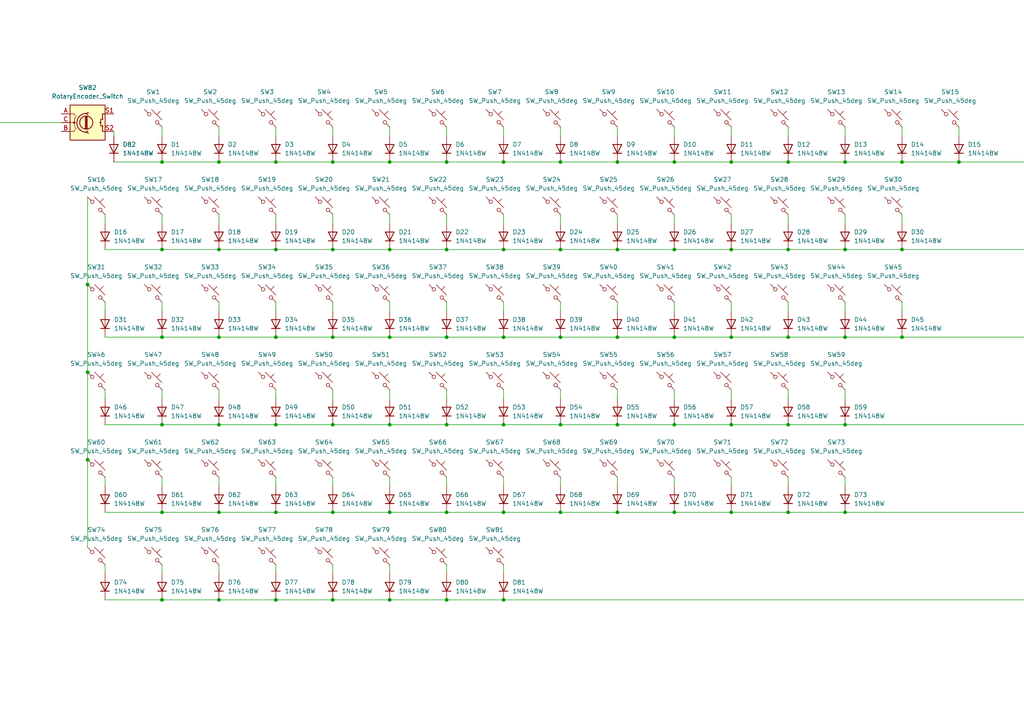
<source format=kicad_sch>
(kicad_sch (version 20250114) (generator "eeschema") (generator_version "9.0")
  (paper "A4")
  (junction (at 46.99 97.79))
  (junction (at 146.05 123.19))
  (junction (at 162.56 97.79))
  (junction (at 179.07 148.59))
  (junction (at 46.99 72.39))
  (junction (at 212.09 97.79))
  (junction (at 179.07 123.19))
  (junction (at 228.6 46.99))
  (junction (at 245.11 148.59))
  (junction (at 245.11 123.19))
  (junction (at 46.99 123.19))
  (junction (at 25.4 133.35))
  (junction (at 129.54 97.79))
  (junction (at 80.01 123.19))
  (junction (at 63.5 173.99))
  (junction (at 245.11 72.39))
  (junction (at 212.09 123.19))
  (junction (at 129.54 148.59))
  (junction (at 146.05 148.59))
  (junction (at 80.01 97.79))
  (junction (at 228.6 72.39))
  (junction (at 129.54 123.19))
  (junction (at 96.52 72.39))
  (junction (at 46.99 46.99))
  (junction (at 195.58 148.59))
  (junction (at 25.4 107.95))
  (junction (at 195.58 72.39))
  (junction (at 146.05 72.39))
  (junction (at 212.09 46.99))
  (junction (at 113.03 123.19))
  (junction (at 25.4 82.55))
  (junction (at 80.01 173.99))
  (junction (at 212.09 72.39))
  (junction (at 46.99 148.59))
  (junction (at 63.5 46.99))
  (junction (at 46.99 173.99))
  (junction (at 146.05 173.99))
  (junction (at 162.56 123.19))
  (junction (at 195.58 46.99))
  (junction (at 228.6 148.59))
  (junction (at 162.56 148.59))
  (junction (at 129.54 72.39))
  (junction (at 80.01 46.99))
  (junction (at 63.5 148.59))
  (junction (at 179.07 46.99))
  (junction (at 63.5 97.79))
  (junction (at 129.54 173.99))
  (junction (at 162.56 46.99))
  (junction (at 113.03 46.99))
  (junction (at 129.54 46.99))
  (junction (at 261.62 72.39))
  (junction (at 162.56 72.39))
  (junction (at 113.03 173.99))
  (junction (at 228.6 97.79))
  (junction (at 113.03 72.39))
  (junction (at 96.52 123.19))
  (junction (at 63.5 123.19))
  (junction (at 96.52 97.79))
  (junction (at 245.11 97.79))
  (junction (at 96.52 173.99))
  (junction (at 261.62 46.99))
  (junction (at 179.07 72.39))
  (junction (at 80.01 72.39))
  (junction (at 212.09 148.59))
  (junction (at 146.05 97.79))
  (junction (at 80.01 148.59))
  (junction (at 96.52 148.59))
  (junction (at 179.07 97.79))
  (junction (at 195.58 97.79))
  (junction (at 63.5 72.39))
  (junction (at 113.03 148.59))
  (junction (at 261.62 97.79))
  (junction (at 278.13 46.99))
  (junction (at 113.03 97.79))
  (junction (at 195.58 123.19))
  (junction (at 228.6 123.19))
  (junction (at 245.11 46.99))
  (junction (at 146.05 46.99))
  (junction (at 96.52 46.99))
  (wire (pts (xy 96.52 46.99) (xy 113.03 46.99)))
  (wire (pts (xy 195.58 148.59) (xy 212.09 148.59)))
  (wire (pts (xy 245.11 72.39) (xy 261.62 72.39)))
  (wire (pts (xy 25.4 57.15) (xy 25.4 82.55)))
  (wire (pts (xy 297.18 173.99) (xy 297.18 175.26)))
  (wire (pts (xy 212.09 62.23) (xy 212.09 64.77)))
  (wire (pts (xy 261.62 46.99) (xy 278.13 46.99)))
  (wire (pts (xy 96.52 138.43) (xy 96.52 140.97)))
  (wire (pts (xy 46.99 163.83) (xy 46.99 166.37)))
  (wire (pts (xy 30.48 138.43) (xy 30.48 140.97)))
  (wire (pts (xy 228.6 148.59) (xy 245.11 148.59)))
  (wire (pts (xy 195.58 123.19) (xy 212.09 123.19)))
  (wire (pts (xy 212.09 87.63) (xy 212.09 90.17)))
  (wire (pts (xy 146.05 46.99) (xy 162.56 46.99)))
  (wire (pts (xy 63.5 46.99) (xy 80.01 46.99)))
  (wire (pts (xy 212.09 46.99) (xy 228.6 46.99)))
  (wire (pts (xy 46.99 46.99) (xy 63.5 46.99)))
  (wire (pts (xy 261.62 72.39) (xy 297.18 72.39)))
  (wire (pts (xy 113.03 97.79) (xy 129.54 97.79)))
  (wire (pts (xy 25.4 82.55) (xy 25.4 107.95)))
  (wire (pts (xy 96.52 163.83) (xy 96.52 166.37)))
  (wire (pts (xy 129.54 97.79) (xy 146.05 97.79)))
  (wire (pts (xy 80.01 173.99) (xy 96.52 173.99)))
  (wire (pts (xy 63.5 163.83) (xy 63.5 166.37)))
  (wire (pts (xy 96.52 113.03) (xy 96.52 115.57)))
  (wire (pts (xy 80.01 113.03) (xy 80.01 115.57)))
  (wire (pts (xy 46.99 72.39) (xy 63.5 72.39)))
  (wire (pts (xy 212.09 138.43) (xy 212.09 140.97)))
  (wire (pts (xy 162.56 62.23) (xy 162.56 64.77)))
  (wire (pts (xy 162.56 46.99) (xy 179.07 46.99)))
  (wire (pts (xy 25.4 133.35) (xy 25.4 158.75)))
  (wire (pts (xy 146.05 97.79) (xy 162.56 97.79)))
  (wire (pts (xy 113.03 148.59) (xy 129.54 148.59)))
  (wire (pts (xy 146.05 163.83) (xy 146.05 166.37)))
  (wire (pts (xy 179.07 138.43) (xy 179.07 140.97)))
  (wire (pts (xy 30.48 62.23) (xy 30.48 64.77)))
  (wire (pts (xy 245.11 113.03) (xy 245.11 115.57)))
  (wire (pts (xy 96.52 173.99) (xy 113.03 173.99)))
  (wire (pts (xy 162.56 123.19) (xy 179.07 123.19)))
  (wire (pts (xy 46.99 138.43) (xy 46.99 140.97)))
  (wire (pts (xy 113.03 62.23) (xy 113.03 64.77)))
  (wire (pts (xy 113.03 72.39) (xy 129.54 72.39)))
  (wire (pts (xy 113.03 163.83) (xy 113.03 166.37)))
  (wire (pts (xy 80.01 163.83) (xy 80.01 166.37)))
  (wire (pts (xy 63.5 72.39) (xy 80.01 72.39)))
  (wire (pts (xy 63.5 113.03) (xy 63.5 115.57)))
  (wire (pts (xy 25.4 107.95) (xy 25.4 133.35)))
  (wire (pts (xy 30.48 173.99) (xy 46.99 173.99)))
  (wire (pts (xy 261.62 36.83) (xy 261.62 39.37)))
  (wire (pts (xy 228.6 62.23) (xy 228.6 64.77)))
  (wire (pts (xy 96.52 123.19) (xy 113.03 123.19)))
  (wire (pts (xy 162.56 72.39) (xy 179.07 72.39)))
  (wire (pts (xy 63.5 148.59) (xy 80.01 148.59)))
  (wire (pts (xy 96.52 36.83) (xy 96.52 39.37)))
  (wire (pts (xy 146.05 72.39) (xy 162.56 72.39)))
  (wire (pts (xy 228.6 97.79) (xy 245.11 97.79)))
  (wire (pts (xy 146.05 138.43) (xy 146.05 140.97)))
  (wire (pts (xy 96.52 148.59) (xy 113.03 148.59)))
  (wire (pts (xy 245.11 87.63) (xy 245.11 90.17)))
  (wire (pts (xy 129.54 36.83) (xy 129.54 39.37)))
  (wire (pts (xy 162.56 97.79) (xy 179.07 97.79)))
  (wire (pts (xy 129.54 123.19) (xy 146.05 123.19)))
  (wire (pts (xy 146.05 113.03) (xy 146.05 115.57)))
  (wire (pts (xy 80.01 36.83) (xy 80.01 39.37)))
  (wire (pts (xy 63.5 138.43) (xy 63.5 140.97)))
  (wire (pts (xy 261.62 97.79) (xy 297.18 97.79)))
  (wire (pts (xy 33.02 46.99) (xy 46.99 46.99)))
  (wire (pts (xy 195.58 72.39) (xy 212.09 72.39)))
  (wire (pts (xy 113.03 46.99) (xy 129.54 46.99)))
  (wire (pts (xy 80.01 138.43) (xy 80.01 140.97)))
  (wire (pts (xy 245.11 138.43) (xy 245.11 140.97)))
  (wire (pts (xy 162.56 113.03) (xy 162.56 115.57)))
  (wire (pts (xy 46.99 123.19) (xy 63.5 123.19)))
  (wire (pts (xy 278.13 46.99) (xy 297.18 46.99)))
  (wire (pts (xy 212.09 123.19) (xy 228.6 123.19)))
  (wire (pts (xy 212.09 113.03) (xy 212.09 115.57)))
  (wire (pts (xy 195.58 46.99) (xy 212.09 46.99)))
  (wire (pts (xy 96.52 62.23) (xy 96.52 64.77)))
  (wire (pts (xy 245.11 46.99) (xy 261.62 46.99)))
  (wire (pts (xy 63.5 123.19) (xy 80.01 123.19)))
  (wire (pts (xy 228.6 87.63) (xy 228.6 90.17)))
  (wire (pts (xy 162.56 138.43) (xy 162.56 140.97)))
  (wire (pts (xy 228.6 72.39) (xy 245.11 72.39)))
  (wire (pts (xy 80.01 72.39) (xy 96.52 72.39)))
  (wire (pts (xy 195.58 113.03) (xy 195.58 115.57)))
  (wire (pts (xy 245.11 148.59) (xy 297.18 148.59)))
  (wire (pts (xy 146.05 62.23) (xy 146.05 64.77)))
  (wire (pts (xy 146.05 87.63) (xy 146.05 90.17)))
  (wire (pts (xy 228.6 46.99) (xy 245.11 46.99)))
  (wire (pts (xy 261.62 62.23) (xy 261.62 64.77)))
  (wire (pts (xy 129.54 72.39) (xy 146.05 72.39)))
  (wire (pts (xy 96.52 72.39) (xy 113.03 72.39)))
  (wire (pts (xy 80.01 46.99) (xy 96.52 46.99)))
  (wire (pts (xy 30.48 97.79) (xy 46.99 97.79)))
  (wire (pts (xy 129.54 163.83) (xy 129.54 166.37)))
  (wire (pts (xy 245.11 97.79) (xy 261.62 97.79)))
  (wire (pts (xy 179.07 113.03) (xy 179.07 115.57)))
  (wire (pts (xy 96.52 97.79) (xy 113.03 97.79)))
  (wire (pts (xy 46.99 113.03) (xy 46.99 115.57)))
  (wire (pts (xy 245.11 36.83) (xy 245.11 39.37)))
  (wire (pts (xy 30.48 163.83) (xy 30.48 166.37)))
  (wire (pts (xy 113.03 113.03) (xy 113.03 115.57)))
  (wire (pts (xy 46.99 62.23) (xy 46.99 64.77)))
  (wire (pts (xy 228.6 123.19) (xy 245.11 123.19)))
  (wire (pts (xy 228.6 138.43) (xy 228.6 140.97)))
  (wire (pts (xy 113.03 36.83) (xy 113.03 39.37)))
  (wire (pts (xy 179.07 72.39) (xy 195.58 72.39)))
  (wire (pts (xy 146.05 36.83) (xy 146.05 39.37)))
  (wire (pts (xy 129.54 87.63) (xy 129.54 90.17)))
  (wire (pts (xy 63.5 97.79) (xy 80.01 97.79)))
  (wire (pts (xy 179.07 123.19) (xy 195.58 123.19)))
  (wire (pts (xy 129.54 138.43) (xy 129.54 140.97)))
  (wire (pts (xy 129.54 46.99) (xy 146.05 46.99)))
  (wire (pts (xy 30.48 72.39) (xy 46.99 72.39)))
  (wire (pts (xy 195.58 97.79) (xy 212.09 97.79)))
  (wire (pts (xy 80.01 62.23) (xy 80.01 64.77)))
  (wire (pts (xy 245.11 62.23) (xy 245.11 64.77)))
  (wire (pts (xy 129.54 148.59) (xy 146.05 148.59)))
  (wire (pts (xy 162.56 87.63) (xy 162.56 90.17)))
  (wire (pts (xy 113.03 123.19) (xy 129.54 123.19)))
  (wire (pts (xy 96.52 87.63) (xy 96.52 90.17)))
  (wire (pts (xy 46.99 97.79) (xy 63.5 97.79)))
  (wire (pts (xy 195.58 62.23) (xy 195.58 64.77)))
  (wire (pts (xy 129.54 62.23) (xy 129.54 64.77)))
  (wire (pts (xy 46.99 173.99) (xy 63.5 173.99)))
  (wire (pts (xy 212.09 148.59) (xy 228.6 148.59)))
  (wire (pts (xy 179.07 87.63) (xy 179.07 90.17)))
  (wire (pts (xy 261.62 87.63) (xy 261.62 90.17)))
  (wire (pts (xy 113.03 138.43) (xy 113.03 140.97)))
  (wire (pts (xy 195.58 87.63) (xy 195.58 90.17)))
  (wire (pts (xy 146.05 173.99) (xy 297.18 173.99)))
  (wire (pts (xy 278.13 36.83) (xy 278.13 39.37)))
  (wire (pts (xy 80.01 87.63) (xy 80.01 90.17)))
  (wire (pts (xy 179.07 36.83) (xy 179.07 39.37)))
  (wire (pts (xy 179.07 148.59) (xy 195.58 148.59)))
  (wire (pts (xy 30.48 123.19) (xy 46.99 123.19)))
  (wire (pts (xy 30.48 113.03) (xy 30.48 115.57)))
  (wire (pts (xy 80.01 123.19) (xy 96.52 123.19)))
  (wire (pts (xy 179.07 46.99) (xy 195.58 46.99)))
  (wire (pts (xy 113.03 87.63) (xy 113.03 90.17)))
  (wire (pts (xy 146.05 123.19) (xy 162.56 123.19)))
  (wire (pts (xy 212.09 36.83) (xy 212.09 39.37)))
  (wire (pts (xy 30.48 148.59) (xy 46.99 148.59)))
  (wire (pts (xy 195.58 36.83) (xy 195.58 39.37)))
  (wire (pts (xy 46.99 87.63) (xy 46.99 90.17)))
  (wire (pts (xy 162.56 148.59) (xy 179.07 148.59)))
  (wire (pts (xy 179.07 97.79) (xy 195.58 97.79)))
  (wire (pts (xy 129.54 173.99) (xy 146.05 173.99)))
  (wire (pts (xy 146.05 148.59) (xy 162.56 148.59)))
  (wire (pts (xy 212.09 72.39) (xy 228.6 72.39)))
  (wire (pts (xy 80.01 148.59) (xy 96.52 148.59)))
  (wire (pts (xy 33.02 38.1) (xy 33.02 39.37)))
  (wire (pts (xy 129.54 113.03) (xy 129.54 115.57)))
  (wire (pts (xy 228.6 113.03) (xy 228.6 115.57)))
  (wire (pts (xy 80.01 97.79) (xy 96.52 97.79)))
  (wire (pts (xy 0 35.56) (xy 17.78 35.56)))
  (wire (pts (xy 162.56 36.83) (xy 162.56 39.37)))
  (wire (pts (xy 245.11 123.19) (xy 297.18 123.19)))
  (wire (pts (xy 63.5 87.63) (xy 63.5 90.17)))
  (wire (pts (xy 195.58 138.43) (xy 195.58 140.97)))
  (wire (pts (xy 46.99 36.83) (xy 46.99 39.37)))
  (wire (pts (xy 63.5 173.99) (xy 80.01 173.99)))
  (wire (pts (xy 212.09 97.79) (xy 228.6 97.79)))
  (wire (pts (xy 63.5 36.83) (xy 63.5 39.37)))
  (wire (pts (xy 113.03 173.99) (xy 129.54 173.99)))
  (wire (pts (xy 30.48 87.63) (xy 30.48 90.17)))
  (wire (pts (xy 46.99 148.59) (xy 63.5 148.59)))
  (wire (pts (xy 228.6 36.83) (xy 228.6 39.37)))
  (wire (pts (xy 63.5 62.23) (xy 63.5 64.77)))
  (wire (pts (xy 179.07 62.23) (xy 179.07 64.77)))
  (hierarchical_label "ROW5" (shape output) (at 297.18 148.59 0))
  (hierarchical_label "ROW3" (shape output) (at 297.18 97.79 0))
  (hierarchical_label "ROW2" (shape output) (at 297.18 72.39 0))
  (hierarchical_label "ROW1" (shape output) (at 297.18 46.99 0))
  (hierarchical_label "PWR" (shape input) (at 0 35.56 180))
  (hierarchical_label "ROW6" (shape output) (at 297.18 173.99 0))
  (hierarchical_label "ROW4" (shape output) (at 297.18 123.19 0))
  (symbol (lib_id "Diode:1N4148W") (at 212.09 43.18 90) (unit 1)
    (property "Reference" "D11" (at 214.63 41.9099 90) (effects (justify right)))
    (property "Value" "1N4148W" (at 214.63 44.4499 90) (effects (justify right)))
    (property "Footprint" "Diode_SMD:D_SOD-123" (effects (hide yes)))
    (property "Datasheet" "https://www.vishay.com/docs/85748/1n4148w.pdf" (effects (hide yes)))
    (property "Description" "75V 0.15A Fast Switching Diode, SOD-123" (effects (hide yes)))
    (property "Sim.Device" "D" (effects (hide yes)))
    (property "Sim.Pins" "1=K 2=A" (effects (hide yes)))
  )
  (symbol (lib_id "Switch:SW_Push_45deg") (at 44.45 135.89 0) (unit 1)
    (property "Reference" "SW61" (at 44.45 128.27 0))
    (property "Value" "SW_Push_45deg" (at 44.45 130.81 0))
    (property "Footprint" "MX_Hotswap:MX-Hotswap-1U" (effects (hide yes)))
    (property "Description" "Push button switch, normally open, two pins, 45° tilted" (effects (hide yes)))
  )
  (symbol (lib_id "Switch:SW_Push_45deg") (at 77.47 34.29 0) (unit 1)
    (property "Reference" "SW3" (at 77.47 26.67 0))
    (property "Value" "SW_Push_45deg" (at 77.47 29.21 0))
    (property "Footprint" "MX_Hotswap:MX-Hotswap-1U" (effects (hide yes)))
    (property "Description" "Push button switch, normally open, two pins, 45° tilted" (effects (hide yes)))
  )
  (symbol (lib_id "Switch:SW_Push_45deg") (at 77.47 110.49 0) (unit 1)
    (property "Reference" "SW49" (at 77.47 102.87 0))
    (property "Value" "SW_Push_45deg" (at 77.47 105.41 0))
    (property "Footprint" "MX_Hotswap:MX-Hotswap-1U" (effects (hide yes)))
    (property "Description" "Push button switch, normally open, two pins, 45° tilted" (effects (hide yes)))
  )
  (symbol (lib_id "Diode:1N4148W") (at 96.52 170.18 90) (unit 1)
    (property "Reference" "D78" (at 99.06 168.9099 90) (effects (justify right)))
    (property "Value" "1N4148W" (at 99.06 171.4499 90) (effects (justify right)))
    (property "Footprint" "Diode_SMD:D_SOD-123" (effects (hide yes)))
    (property "Datasheet" "https://www.vishay.com/docs/85748/1n4148w.pdf" (effects (hide yes)))
    (property "Description" "75V 0.15A Fast Switching Diode, SOD-123" (effects (hide yes)))
    (property "Sim.Device" "D" (effects (hide yes)))
    (property "Sim.Pins" "1=K 2=A" (effects (hide yes)))
  )
  (symbol (lib_id "Diode:1N4148W") (at 46.99 170.18 90) (unit 1)
    (property "Reference" "D75" (at 49.53 168.9099 90) (effects (justify right)))
    (property "Value" "1N4148W" (at 49.53 171.4499 90) (effects (justify right)))
    (property "Footprint" "Diode_SMD:D_SOD-123" (effects (hide yes)))
    (property "Datasheet" "https://www.vishay.com/docs/85748/1n4148w.pdf" (effects (hide yes)))
    (property "Description" "75V 0.15A Fast Switching Diode, SOD-123" (effects (hide yes)))
    (property "Sim.Device" "D" (effects (hide yes)))
    (property "Sim.Pins" "1=K 2=A" (effects (hide yes)))
  )
  (symbol (lib_id "Switch:SW_Push_45deg") (at 93.98 161.29 0) (unit 1)
    (property "Reference" "SW78" (at 93.98 153.67 0))
    (property "Value" "SW_Push_45deg" (at 93.98 156.21 0))
    (property "Footprint" "MX_Hotswap:MX-Hotswap-1U" (effects (hide yes)))
    (property "Description" "Push button switch, normally open, two pins, 45° tilted" (effects (hide yes)))
  )
  (symbol (lib_id "Diode:1N4148W") (at 261.62 43.18 90) (unit 1)
    (property "Reference" "D14" (at 264.16 41.9099 90) (effects (justify right)))
    (property "Value" "1N4148W" (at 264.16 44.4499 90) (effects (justify right)))
    (property "Footprint" "Diode_SMD:D_SOD-123" (effects (hide yes)))
    (property "Datasheet" "https://www.vishay.com/docs/85748/1n4148w.pdf" (effects (hide yes)))
    (property "Description" "75V 0.15A Fast Switching Diode, SOD-123" (effects (hide yes)))
    (property "Sim.Device" "D" (effects (hide yes)))
    (property "Sim.Pins" "1=K 2=A" (effects (hide yes)))
  )
  (symbol (lib_id "Diode:1N4148W") (at 113.03 93.98 90) (unit 1)
    (property "Reference" "D36" (at 115.57 92.7099 90) (effects (justify right)))
    (property "Value" "1N4148W" (at 115.57 95.2499 90) (effects (justify right)))
    (property "Footprint" "Diode_SMD:D_SOD-123" (effects (hide yes)))
    (property "Datasheet" "https://www.vishay.com/docs/85748/1n4148w.pdf" (effects (hide yes)))
    (property "Description" "75V 0.15A Fast Switching Diode, SOD-123" (effects (hide yes)))
    (property "Sim.Device" "D" (effects (hide yes)))
    (property "Sim.Pins" "1=K 2=A" (effects (hide yes)))
  )
  (symbol (lib_id "Switch:SW_Push_45deg") (at 143.51 110.49 0) (unit 1)
    (property "Reference" "SW53" (at 143.51 102.87 0))
    (property "Value" "SW_Push_45deg" (at 143.51 105.41 0))
    (property "Footprint" "MX_Hotswap:MX-Hotswap-1U" (effects (hide yes)))
    (property "Description" "Push button switch, normally open, two pins, 45° tilted" (effects (hide yes)))
  )
  (symbol (lib_id "Diode:1N4148W") (at 228.6 93.98 90) (unit 1)
    (property "Reference" "D43" (at 231.14 92.7099 90) (effects (justify right)))
    (property "Value" "1N4148W" (at 231.14 95.2499 90) (effects (justify right)))
    (property "Footprint" "Diode_SMD:D_SOD-123" (effects (hide yes)))
    (property "Datasheet" "https://www.vishay.com/docs/85748/1n4148w.pdf" (effects (hide yes)))
    (property "Description" "75V 0.15A Fast Switching Diode, SOD-123" (effects (hide yes)))
    (property "Sim.Device" "D" (effects (hide yes)))
    (property "Sim.Pins" "1=K 2=A" (effects (hide yes)))
  )
  (symbol (lib_id "Diode:1N4148W") (at 63.5 170.18 90) (unit 1)
    (property "Reference" "D76" (at 66.04 168.9099 90) (effects (justify right)))
    (property "Value" "1N4148W" (at 66.04 171.4499 90) (effects (justify right)))
    (property "Footprint" "Diode_SMD:D_SOD-123" (effects (hide yes)))
    (property "Datasheet" "https://www.vishay.com/docs/85748/1n4148w.pdf" (effects (hide yes)))
    (property "Description" "75V 0.15A Fast Switching Diode, SOD-123" (effects (hide yes)))
    (property "Sim.Device" "D" (effects (hide yes)))
    (property "Sim.Pins" "1=K 2=A" (effects (hide yes)))
  )
  (symbol (lib_id "Diode:1N4148W") (at 63.5 144.78 90) (unit 1)
    (property "Reference" "D62" (at 66.04 143.5099 90) (effects (justify right)))
    (property "Value" "1N4148W" (at 66.04 146.0499 90) (effects (justify right)))
    (property "Footprint" "Diode_SMD:D_SOD-123" (effects (hide yes)))
    (property "Datasheet" "https://www.vishay.com/docs/85748/1n4148w.pdf" (effects (hide yes)))
    (property "Description" "75V 0.15A Fast Switching Diode, SOD-123" (effects (hide yes)))
    (property "Sim.Device" "D" (effects (hide yes)))
    (property "Sim.Pins" "1=K 2=A" (effects (hide yes)))
  )
  (symbol (lib_id "Diode:1N4148W") (at 129.54 144.78 90) (unit 1)
    (property "Reference" "D66" (at 132.08 143.5099 90) (effects (justify right)))
    (property "Value" "1N4148W" (at 132.08 146.0499 90) (effects (justify right)))
    (property "Footprint" "Diode_SMD:D_SOD-123" (effects (hide yes)))
    (property "Datasheet" "https://www.vishay.com/docs/85748/1n4148w.pdf" (effects (hide yes)))
    (property "Description" "75V 0.15A Fast Switching Diode, SOD-123" (effects (hide yes)))
    (property "Sim.Device" "D" (effects (hide yes)))
    (property "Sim.Pins" "1=K 2=A" (effects (hide yes)))
  )
  (symbol (lib_id "Switch:SW_Push_45deg") (at 209.55 135.89 0) (unit 1)
    (property "Reference" "SW71" (at 209.55 128.27 0))
    (property "Value" "SW_Push_45deg" (at 209.55 130.81 0))
    (property "Footprint" "MX_Hotswap:MX-Hotswap-1U" (effects (hide yes)))
    (property "Description" "Push button switch, normally open, two pins, 45° tilted" (effects (hide yes)))
  )
  (symbol (lib_id "Diode:1N4148W") (at 146.05 68.58 90) (unit 1)
    (property "Reference" "D23" (at 148.59 67.3099 90) (effects (justify right)))
    (property "Value" "1N4148W" (at 148.59 69.8499 90) (effects (justify right)))
    (property "Footprint" "Diode_SMD:D_SOD-123" (effects (hide yes)))
    (property "Datasheet" "https://www.vishay.com/docs/85748/1n4148w.pdf" (effects (hide yes)))
    (property "Description" "75V 0.15A Fast Switching Diode, SOD-123" (effects (hide yes)))
    (property "Sim.Device" "D" (effects (hide yes)))
    (property "Sim.Pins" "1=K 2=A" (effects (hide yes)))
  )
  (symbol (lib_id "Diode:1N4148W") (at 162.56 144.78 90) (unit 1)
    (property "Reference" "D68" (at 165.1 143.5099 90) (effects (justify right)))
    (property "Value" "1N4148W" (at 165.1 146.0499 90) (effects (justify right)))
    (property "Footprint" "Diode_SMD:D_SOD-123" (effects (hide yes)))
    (property "Datasheet" "https://www.vishay.com/docs/85748/1n4148w.pdf" (effects (hide yes)))
    (property "Description" "75V 0.15A Fast Switching Diode, SOD-123" (effects (hide yes)))
    (property "Sim.Device" "D" (effects (hide yes)))
    (property "Sim.Pins" "1=K 2=A" (effects (hide yes)))
  )
  (symbol (lib_id "Switch:SW_Push_45deg") (at 77.47 59.69 0) (unit 1)
    (property "Reference" "SW19" (at 77.47 52.07 0))
    (property "Value" "SW_Push_45deg" (at 77.47 54.61 0))
    (property "Footprint" "MX_Hotswap:MX-Hotswap-1U" (effects (hide yes)))
    (property "Description" "Push button switch, normally open, two pins, 45° tilted" (effects (hide yes)))
  )
  (symbol (lib_id "Diode:1N4148W") (at 30.48 68.58 90) (unit 1)
    (property "Reference" "D16" (at 33.02 67.3099 90) (effects (justify right)))
    (property "Value" "1N4148W" (at 33.02 69.8499 90) (effects (justify right)))
    (property "Footprint" "Diode_SMD:D_SOD-123" (effects (hide yes)))
    (property "Datasheet" "https://www.vishay.com/docs/85748/1n4148w.pdf" (effects (hide yes)))
    (property "Description" "75V 0.15A Fast Switching Diode, SOD-123" (effects (hide yes)))
    (property "Sim.Device" "D" (effects (hide yes)))
    (property "Sim.Pins" "1=K 2=A" (effects (hide yes)))
  )
  (symbol (lib_id "Diode:1N4148W") (at 80.01 43.18 90) (unit 1)
    (property "Reference" "D3" (at 82.55 41.9099 90) (effects (justify right)))
    (property "Value" "1N4148W" (at 82.55 44.4499 90) (effects (justify right)))
    (property "Footprint" "Diode_SMD:D_SOD-123" (effects (hide yes)))
    (property "Datasheet" "https://www.vishay.com/docs/85748/1n4148w.pdf" (effects (hide yes)))
    (property "Description" "75V 0.15A Fast Switching Diode, SOD-123" (effects (hide yes)))
    (property "Sim.Device" "D" (effects (hide yes)))
    (property "Sim.Pins" "1=K 2=A" (effects (hide yes)))
  )
  (symbol (lib_id "Diode:1N4148W") (at 80.01 93.98 90) (unit 1)
    (property "Reference" "D34" (at 82.55 92.7099 90) (effects (justify right)))
    (property "Value" "1N4148W" (at 82.55 95.2499 90) (effects (justify right)))
    (property "Footprint" "Diode_SMD:D_SOD-123" (effects (hide yes)))
    (property "Datasheet" "https://www.vishay.com/docs/85748/1n4148w.pdf" (effects (hide yes)))
    (property "Description" "75V 0.15A Fast Switching Diode, SOD-123" (effects (hide yes)))
    (property "Sim.Device" "D" (effects (hide yes)))
    (property "Sim.Pins" "1=K 2=A" (effects (hide yes)))
  )
  (symbol (lib_id "Diode:1N4148W") (at 195.58 43.18 90) (unit 1)
    (property "Reference" "D10" (at 198.12 41.9099 90) (effects (justify right)))
    (property "Value" "1N4148W" (at 198.12 44.4499 90) (effects (justify right)))
    (property "Footprint" "Diode_SMD:D_SOD-123" (effects (hide yes)))
    (property "Datasheet" "https://www.vishay.com/docs/85748/1n4148w.pdf" (effects (hide yes)))
    (property "Description" "75V 0.15A Fast Switching Diode, SOD-123" (effects (hide yes)))
    (property "Sim.Device" "D" (effects (hide yes)))
    (property "Sim.Pins" "1=K 2=A" (effects (hide yes)))
  )
  (symbol (lib_id "Switch:SW_Push_45deg") (at 176.53 110.49 0) (unit 1)
    (property "Reference" "SW55" (at 176.53 102.87 0))
    (property "Value" "SW_Push_45deg" (at 176.53 105.41 0))
    (property "Footprint" "MX_Hotswap:MX-Hotswap-1U" (effects (hide yes)))
    (property "Description" "Push button switch, normally open, two pins, 45° tilted" (effects (hide yes)))
  )
  (symbol (lib_id "Switch:SW_Push_45deg") (at 60.96 85.09 0) (unit 1)
    (property "Reference" "SW33" (at 60.96 77.47 0))
    (property "Value" "SW_Push_45deg" (at 60.96 80.01 0))
    (property "Footprint" "MX_Hotswap:MX-Hotswap-1U" (effects (hide yes)))
    (property "Description" "Push button switch, normally open, two pins, 45° tilted" (effects (hide yes)))
  )
  (symbol (lib_id "Switch:SW_Push_45deg") (at 193.04 34.29 0) (unit 1)
    (property "Reference" "SW10" (at 193.04 26.67 0))
    (property "Value" "SW_Push_45deg" (at 193.04 29.21 0))
    (property "Footprint" "MX_Hotswap:MX-Hotswap-1U" (effects (hide yes)))
    (property "Description" "Push button switch, normally open, two pins, 45° tilted" (effects (hide yes)))
  )
  (symbol (lib_id "Switch:SW_Push_45deg") (at 127 110.49 0) (unit 1)
    (property "Reference" "SW52" (at 127 102.87 0))
    (property "Value" "SW_Push_45deg" (at 127 105.41 0))
    (property "Footprint" "MX_Hotswap:MX-Hotswap-1U" (effects (hide yes)))
    (property "Description" "Push button switch, normally open, two pins, 45° tilted" (effects (hide yes)))
  )
  (symbol (lib_id "Switch:SW_Push_45deg") (at 60.96 59.69 0) (unit 1)
    (property "Reference" "SW18" (at 60.96 52.07 0))
    (property "Value" "SW_Push_45deg" (at 60.96 54.61 0))
    (property "Footprint" "MX_Hotswap:MX-Hotswap-1U" (effects (hide yes)))
    (property "Description" "Push button switch, normally open, two pins, 45° tilted" (effects (hide yes)))
  )
  (symbol (lib_id "Diode:1N4148W") (at 129.54 93.98 90) (unit 1)
    (property "Reference" "D37" (at 132.08 92.7099 90) (effects (justify right)))
    (property "Value" "1N4148W" (at 132.08 95.2499 90) (effects (justify right)))
    (property "Footprint" "Diode_SMD:D_SOD-123" (effects (hide yes)))
    (property "Datasheet" "https://www.vishay.com/docs/85748/1n4148w.pdf" (effects (hide yes)))
    (property "Description" "75V 0.15A Fast Switching Diode, SOD-123" (effects (hide yes)))
    (property "Sim.Device" "D" (effects (hide yes)))
    (property "Sim.Pins" "1=K 2=A" (effects (hide yes)))
  )
  (symbol (lib_id "Diode:1N4148W") (at 146.05 144.78 90) (unit 1)
    (property "Reference" "D67" (at 148.59 143.5099 90) (effects (justify right)))
    (property "Value" "1N4148W" (at 148.59 146.0499 90) (effects (justify right)))
    (property "Footprint" "Diode_SMD:D_SOD-123" (effects (hide yes)))
    (property "Datasheet" "https://www.vishay.com/docs/85748/1n4148w.pdf" (effects (hide yes)))
    (property "Description" "75V 0.15A Fast Switching Diode, SOD-123" (effects (hide yes)))
    (property "Sim.Device" "D" (effects (hide yes)))
    (property "Sim.Pins" "1=K 2=A" (effects (hide yes)))
  )
  (symbol (lib_id "Diode:1N4148W") (at 179.07 68.58 90) (unit 1)
    (property "Reference" "D25" (at 181.61 67.3099 90) (effects (justify right)))
    (property "Value" "1N4148W" (at 181.61 69.8499 90) (effects (justify right)))
    (property "Footprint" "Diode_SMD:D_SOD-123" (effects (hide yes)))
    (property "Datasheet" "https://www.vishay.com/docs/85748/1n4148w.pdf" (effects (hide yes)))
    (property "Description" "75V 0.15A Fast Switching Diode, SOD-123" (effects (hide yes)))
    (property "Sim.Device" "D" (effects (hide yes)))
    (property "Sim.Pins" "1=K 2=A" (effects (hide yes)))
  )
  (symbol (lib_id "Diode:1N4148W") (at 129.54 170.18 90) (unit 1)
    (property "Reference" "D80" (at 132.08 168.9099 90) (effects (justify right)))
    (property "Value" "1N4148W" (at 132.08 171.4499 90) (effects (justify right)))
    (property "Footprint" "Diode_SMD:D_SOD-123" (effects (hide yes)))
    (property "Datasheet" "https://www.vishay.com/docs/85748/1n4148w.pdf" (effects (hide yes)))
    (property "Description" "75V 0.15A Fast Switching Diode, SOD-123" (effects (hide yes)))
    (property "Sim.Device" "D" (effects (hide yes)))
    (property "Sim.Pins" "1=K 2=A" (effects (hide yes)))
  )
  (symbol (lib_id "Diode:1N4148W") (at 129.54 68.58 90) (unit 1)
    (property "Reference" "D22" (at 132.08 67.3099 90) (effects (justify right)))
    (property "Value" "1N4148W" (at 132.08 69.8499 90) (effects (justify right)))
    (property "Footprint" "Diode_SMD:D_SOD-123" (effects (hide yes)))
    (property "Datasheet" "https://www.vishay.com/docs/85748/1n4148w.pdf" (effects (hide yes)))
    (property "Description" "75V 0.15A Fast Switching Diode, SOD-123" (effects (hide yes)))
    (property "Sim.Device" "D" (effects (hide yes)))
    (property "Sim.Pins" "1=K 2=A" (effects (hide yes)))
  )
  (symbol (lib_id "Switch:SW_Push_45deg") (at 176.53 59.69 0) (unit 1)
    (property "Reference" "SW25" (at 176.53 52.07 0))
    (property "Value" "SW_Push_45deg" (at 176.53 54.61 0))
    (property "Footprint" "MX_Hotswap:MX-Hotswap-1U" (effects (hide yes)))
    (property "Description" "Push button switch, normally open, two pins, 45° tilted" (effects (hide yes)))
  )
  (symbol (lib_id "Diode:1N4148W") (at 63.5 119.38 90) (unit 1)
    (property "Reference" "D48" (at 66.04 118.1099 90) (effects (justify right)))
    (property "Value" "1N4148W" (at 66.04 120.6499 90) (effects (justify right)))
    (property "Footprint" "Diode_SMD:D_SOD-123" (effects (hide yes)))
    (property "Datasheet" "https://www.vishay.com/docs/85748/1n4148w.pdf" (effects (hide yes)))
    (property "Description" "75V 0.15A Fast Switching Diode, SOD-123" (effects (hide yes)))
    (property "Sim.Device" "D" (effects (hide yes)))
    (property "Sim.Pins" "1=K 2=A" (effects (hide yes)))
  )
  (symbol (lib_id "Switch:SW_Push_45deg") (at 110.49 34.29 0) (unit 1)
    (property "Reference" "SW5" (at 110.49 26.67 0))
    (property "Value" "SW_Push_45deg" (at 110.49 29.21 0))
    (property "Footprint" "MX_Hotswap:MX-Hotswap-1U" (effects (hide yes)))
    (property "Description" "Push button switch, normally open, two pins, 45° tilted" (effects (hide yes)))
  )
  (symbol (lib_id "Switch:SW_Push_45deg") (at 193.04 135.89 0) (unit 1)
    (property "Reference" "SW70" (at 193.04 128.27 0))
    (property "Value" "SW_Push_45deg" (at 193.04 130.81 0))
    (property "Footprint" "MX_Hotswap:MX-Hotswap-1U" (effects (hide yes)))
    (property "Description" "Push button switch, normally open, two pins, 45° tilted" (effects (hide yes)))
  )
  (symbol (lib_id "Diode:1N4148W") (at 113.03 68.58 90) (unit 1)
    (property "Reference" "D21" (at 115.57 67.3099 90) (effects (justify right)))
    (property "Value" "1N4148W" (at 115.57 69.8499 90) (effects (justify right)))
    (property "Footprint" "Diode_SMD:D_SOD-123" (effects (hide yes)))
    (property "Datasheet" "https://www.vishay.com/docs/85748/1n4148w.pdf" (effects (hide yes)))
    (property "Description" "75V 0.15A Fast Switching Diode, SOD-123" (effects (hide yes)))
    (property "Sim.Device" "D" (effects (hide yes)))
    (property "Sim.Pins" "1=K 2=A" (effects (hide yes)))
  )
  (symbol (lib_id "Diode:1N4148W") (at 146.05 93.98 90) (unit 1)
    (property "Reference" "D38" (at 148.59 92.7099 90) (effects (justify right)))
    (property "Value" "1N4148W" (at 148.59 95.2499 90) (effects (justify right)))
    (property "Footprint" "Diode_SMD:D_SOD-123" (effects (hide yes)))
    (property "Datasheet" "https://www.vishay.com/docs/85748/1n4148w.pdf" (effects (hide yes)))
    (property "Description" "75V 0.15A Fast Switching Diode, SOD-123" (effects (hide yes)))
    (property "Sim.Device" "D" (effects (hide yes)))
    (property "Sim.Pins" "1=K 2=A" (effects (hide yes)))
  )
  (symbol (lib_id "Diode:1N4148W") (at 46.99 144.78 90) (unit 1)
    (property "Reference" "D61" (at 49.53 143.5099 90) (effects (justify right)))
    (property "Value" "1N4148W" (at 49.53 146.0499 90) (effects (justify right)))
    (property "Footprint" "Diode_SMD:D_SOD-123" (effects (hide yes)))
    (property "Datasheet" "https://www.vishay.com/docs/85748/1n4148w.pdf" (effects (hide yes)))
    (property "Description" "75V 0.15A Fast Switching Diode, SOD-123" (effects (hide yes)))
    (property "Sim.Device" "D" (effects (hide yes)))
    (property "Sim.Pins" "1=K 2=A" (effects (hide yes)))
  )
  (symbol (lib_id "Switch:SW_Push_45deg") (at 27.94 85.09 0) (unit 1)
    (property "Reference" "SW31" (at 27.94 77.47 0))
    (property "Value" "SW_Push_45deg" (at 27.94 80.01 0))
    (property "Footprint" "MX_Hotswap:MX-Hotswap-1U" (effects (hide yes)))
    (property "Description" "Push button switch, normally open, two pins, 45° tilted" (effects (hide yes)))
  )
  (symbol (lib_id "Diode:1N4148W") (at 212.09 144.78 90) (unit 1)
    (property "Reference" "D71" (at 214.63 143.5099 90) (effects (justify right)))
    (property "Value" "1N4148W" (at 214.63 146.0499 90) (effects (justify right)))
    (property "Footprint" "Diode_SMD:D_SOD-123" (effects (hide yes)))
    (property "Datasheet" "https://www.vishay.com/docs/85748/1n4148w.pdf" (effects (hide yes)))
    (property "Description" "75V 0.15A Fast Switching Diode, SOD-123" (effects (hide yes)))
    (property "Sim.Device" "D" (effects (hide yes)))
    (property "Sim.Pins" "1=K 2=A" (effects (hide yes)))
  )
  (symbol (lib_id "Switch:SW_Push_45deg") (at 160.02 135.89 0) (unit 1)
    (property "Reference" "SW68" (at 160.02 128.27 0))
    (property "Value" "SW_Push_45deg" (at 160.02 130.81 0))
    (property "Footprint" "MX_Hotswap:MX-Hotswap-1U" (effects (hide yes)))
    (property "Description" "Push button switch, normally open, two pins, 45° tilted" (effects (hide yes)))
  )
  (symbol (lib_id "Diode:1N4148W") (at 113.03 119.38 90) (unit 1)
    (property "Reference" "D51" (at 115.57 118.1099 90) (effects (justify right)))
    (property "Value" "1N4148W" (at 115.57 120.6499 90) (effects (justify right)))
    (property "Footprint" "Diode_SMD:D_SOD-123" (effects (hide yes)))
    (property "Datasheet" "https://www.vishay.com/docs/85748/1n4148w.pdf" (effects (hide yes)))
    (property "Description" "75V 0.15A Fast Switching Diode, SOD-123" (effects (hide yes)))
    (property "Sim.Device" "D" (effects (hide yes)))
    (property "Sim.Pins" "1=K 2=A" (effects (hide yes)))
  )
  (symbol (lib_id "Switch:SW_Push_45deg") (at 226.06 135.89 0) (unit 1)
    (property "Reference" "SW72" (at 226.06 128.27 0))
    (property "Value" "SW_Push_45deg" (at 226.06 130.81 0))
    (property "Footprint" "MX_Hotswap:MX-Hotswap-1U" (effects (hide yes)))
    (property "Description" "Push button switch, normally open, two pins, 45° tilted" (effects (hide yes)))
  )
  (symbol (lib_id "Switch:SW_Push_45deg") (at 226.06 34.29 0) (unit 1)
    (property "Reference" "SW12" (at 226.06 26.67 0))
    (property "Value" "SW_Push_45deg" (at 226.06 29.21 0))
    (property "Footprint" "MX_Hotswap:MX-Hotswap-1U" (effects (hide yes)))
    (property "Description" "Push button switch, normally open, two pins, 45° tilted" (effects (hide yes)))
  )
  (symbol (lib_id "Switch:SW_Push_45deg") (at 242.57 59.69 0) (unit 1)
    (property "Reference" "SW29" (at 242.57 52.07 0))
    (property "Value" "SW_Push_45deg" (at 242.57 54.61 0))
    (property "Footprint" "MX_Hotswap:MX-Hotswap-1U" (effects (hide yes)))
    (property "Description" "Push button switch, normally open, two pins, 45° tilted" (effects (hide yes)))
  )
  (symbol (lib_id "Switch:SW_Push_45deg") (at 226.06 85.09 0) (unit 1)
    (property "Reference" "SW43" (at 226.06 77.47 0))
    (property "Value" "SW_Push_45deg" (at 226.06 80.01 0))
    (property "Footprint" "MX_Hotswap:MX-Hotswap-1U" (effects (hide yes)))
    (property "Description" "Push button switch, normally open, two pins, 45° tilted" (effects (hide yes)))
  )
  (symbol (lib_id "Switch:SW_Push_45deg") (at 110.49 59.69 0) (unit 1)
    (property "Reference" "SW21" (at 110.49 52.07 0))
    (property "Value" "SW_Push_45deg" (at 110.49 54.61 0))
    (property "Footprint" "MX_Hotswap:MX-Hotswap-1U" (effects (hide yes)))
    (property "Description" "Push button switch, normally open, two pins, 45° tilted" (effects (hide yes)))
  )
  (symbol (lib_id "Diode:1N4148W") (at 46.99 93.98 90) (unit 1)
    (property "Reference" "D32" (at 49.53 92.7099 90) (effects (justify right)))
    (property "Value" "1N4148W" (at 49.53 95.2499 90) (effects (justify right)))
    (property "Footprint" "Diode_SMD:D_SOD-123" (effects (hide yes)))
    (property "Datasheet" "https://www.vishay.com/docs/85748/1n4148w.pdf" (effects (hide yes)))
    (property "Description" "75V 0.15A Fast Switching Diode, SOD-123" (effects (hide yes)))
    (property "Sim.Device" "D" (effects (hide yes)))
    (property "Sim.Pins" "1=K 2=A" (effects (hide yes)))
  )
  (symbol (lib_id "Switch:SW_Push_45deg") (at 209.55 110.49 0) (unit 1)
    (property "Reference" "SW57" (at 209.55 102.87 0))
    (property "Value" "SW_Push_45deg" (at 209.55 105.41 0))
    (property "Footprint" "MX_Hotswap:MX-Hotswap-1U" (effects (hide yes)))
    (property "Description" "Push button switch, normally open, two pins, 45° tilted" (effects (hide yes)))
  )
  (symbol (lib_id "Diode:1N4148W") (at 80.01 170.18 90) (unit 1)
    (property "Reference" "D77" (at 82.55 168.9099 90) (effects (justify right)))
    (property "Value" "1N4148W" (at 82.55 171.4499 90) (effects (justify right)))
    (property "Footprint" "Diode_SMD:D_SOD-123" (effects (hide yes)))
    (property "Datasheet" "https://www.vishay.com/docs/85748/1n4148w.pdf" (effects (hide yes)))
    (property "Description" "75V 0.15A Fast Switching Diode, SOD-123" (effects (hide yes)))
    (property "Sim.Device" "D" (effects (hide yes)))
    (property "Sim.Pins" "1=K 2=A" (effects (hide yes)))
  )
  (symbol (lib_id "Diode:1N4148W") (at 96.52 93.98 90) (unit 1)
    (property "Reference" "D35" (at 99.06 92.7099 90) (effects (justify right)))
    (property "Value" "1N4148W" (at 99.06 95.2499 90) (effects (justify right)))
    (property "Footprint" "Diode_SMD:D_SOD-123" (effects (hide yes)))
    (property "Datasheet" "https://www.vishay.com/docs/85748/1n4148w.pdf" (effects (hide yes)))
    (property "Description" "75V 0.15A Fast Switching Diode, SOD-123" (effects (hide yes)))
    (property "Sim.Device" "D" (effects (hide yes)))
    (property "Sim.Pins" "1=K 2=A" (effects (hide yes)))
  )
  (symbol (lib_id "Switch:SW_Push_45deg") (at 44.45 110.49 0) (unit 1)
    (property "Reference" "SW47" (at 44.45 102.87 0))
    (property "Value" "SW_Push_45deg" (at 44.45 105.41 0))
    (property "Footprint" "MX_Hotswap:MX-Hotswap-1U" (effects (hide yes)))
    (property "Description" "Push button switch, normally open, two pins, 45° tilted" (effects (hide yes)))
  )
  (symbol (lib_id "Diode:1N4148W") (at 96.52 68.58 90) (unit 1)
    (property "Reference" "D20" (at 99.06 67.3099 90) (effects (justify right)))
    (property "Value" "1N4148W" (at 99.06 69.8499 90) (effects (justify right)))
    (property "Footprint" "Diode_SMD:D_SOD-123" (effects (hide yes)))
    (property "Datasheet" "https://www.vishay.com/docs/85748/1n4148w.pdf" (effects (hide yes)))
    (property "Description" "75V 0.15A Fast Switching Diode, SOD-123" (effects (hide yes)))
    (property "Sim.Device" "D" (effects (hide yes)))
    (property "Sim.Pins" "1=K 2=A" (effects (hide yes)))
  )
  (symbol (lib_id "Diode:1N4148W") (at 30.48 170.18 90) (unit 1)
    (property "Reference" "D74" (at 33.02 168.9099 90) (effects (justify right)))
    (property "Value" "1N4148W" (at 33.02 171.4499 90) (effects (justify right)))
    (property "Footprint" "Diode_SMD:D_SOD-123" (effects (hide yes)))
    (property "Datasheet" "https://www.vishay.com/docs/85748/1n4148w.pdf" (effects (hide yes)))
    (property "Description" "75V 0.15A Fast Switching Diode, SOD-123" (effects (hide yes)))
    (property "Sim.Device" "D" (effects (hide yes)))
    (property "Sim.Pins" "1=K 2=A" (effects (hide yes)))
  )
  (symbol (lib_id "Diode:1N4148W") (at 46.99 43.18 90) (unit 1)
    (property "Reference" "D1" (at 49.53 41.9099 90) (effects (justify right)))
    (property "Value" "1N4148W" (at 49.53 44.4499 90) (effects (justify right)))
    (property "Footprint" "Diode_SMD:D_SOD-123" (effects (hide yes)))
    (property "Datasheet" "https://www.vishay.com/docs/85748/1n4148w.pdf" (effects (hide yes)))
    (property "Description" "75V 0.15A Fast Switching Diode, SOD-123" (effects (hide yes)))
    (property "Sim.Device" "D" (effects (hide yes)))
    (property "Sim.Pins" "1=K 2=A" (effects (hide yes)))
  )
  (symbol (lib_id "Switch:SW_Push_45deg") (at 127 34.29 0) (unit 1)
    (property "Reference" "SW6" (at 127 26.67 0))
    (property "Value" "SW_Push_45deg" (at 127 29.21 0))
    (property "Footprint" "MX_Hotswap:MX-Hotswap-1U" (effects (hide yes)))
    (property "Description" "Push button switch, normally open, two pins, 45° tilted" (effects (hide yes)))
  )
  (symbol (lib_id "Switch:SW_Push_45deg") (at 143.51 85.09 0) (unit 1)
    (property "Reference" "SW38" (at 143.51 77.47 0))
    (property "Value" "SW_Push_45deg" (at 143.51 80.01 0))
    (property "Footprint" "MX_Hotswap:MX-Hotswap-1U" (effects (hide yes)))
    (property "Description" "Push button switch, normally open, two pins, 45° tilted" (effects (hide yes)))
  )
  (symbol (lib_id "Switch:SW_Push_45deg") (at 242.57 135.89 0) (unit 1)
    (property "Reference" "SW73" (at 242.57 128.27 0))
    (property "Value" "SW_Push_45deg" (at 242.57 130.81 0))
    (property "Footprint" "MX_Hotswap:MX-Hotswap-1U" (effects (hide yes)))
    (property "Description" "Push button switch, normally open, two pins, 45° tilted" (effects (hide yes)))
  )
  (symbol (lib_id "Diode:1N4148W") (at 30.48 119.38 90) (unit 1)
    (property "Reference" "D46" (at 33.02 118.1099 90) (effects (justify right)))
    (property "Value" "1N4148W" (at 33.02 120.6499 90) (effects (justify right)))
    (property "Footprint" "Diode_SMD:D_SOD-123" (effects (hide yes)))
    (property "Datasheet" "https://www.vishay.com/docs/85748/1n4148w.pdf" (effects (hide yes)))
    (property "Description" "75V 0.15A Fast Switching Diode, SOD-123" (effects (hide yes)))
    (property "Sim.Device" "D" (effects (hide yes)))
    (property "Sim.Pins" "1=K 2=A" (effects (hide yes)))
  )
  (symbol (lib_id "Switch:SW_Push_45deg") (at 143.51 59.69 0) (unit 1)
    (property "Reference" "SW23" (at 143.51 52.07 0))
    (property "Value" "SW_Push_45deg" (at 143.51 54.61 0))
    (property "Footprint" "MX_Hotswap:MX-Hotswap-1U" (effects (hide yes)))
    (property "Description" "Push button switch, normally open, two pins, 45° tilted" (effects (hide yes)))
  )
  (symbol (lib_id "Switch:SW_Push_45deg") (at 226.06 59.69 0) (unit 1)
    (property "Reference" "SW28" (at 226.06 52.07 0))
    (property "Value" "SW_Push_45deg" (at 226.06 54.61 0))
    (property "Footprint" "MX_Hotswap:MX-Hotswap-1U" (effects (hide yes)))
    (property "Description" "Push button switch, normally open, two pins, 45° tilted" (effects (hide yes)))
  )
  (symbol (lib_id "Diode:1N4148W") (at 179.07 43.18 90) (unit 1)
    (property "Reference" "D9" (at 181.61 41.9099 90) (effects (justify right)))
    (property "Value" "1N4148W" (at 181.61 44.4499 90) (effects (justify right)))
    (property "Footprint" "Diode_SMD:D_SOD-123" (effects (hide yes)))
    (property "Datasheet" "https://www.vishay.com/docs/85748/1n4148w.pdf" (effects (hide yes)))
    (property "Description" "75V 0.15A Fast Switching Diode, SOD-123" (effects (hide yes)))
    (property "Sim.Device" "D" (effects (hide yes)))
    (property "Sim.Pins" "1=K 2=A" (effects (hide yes)))
  )
  (symbol (lib_id "Diode:1N4148W") (at 195.58 93.98 90) (unit 1)
    (property "Reference" "D41" (at 198.12 92.7099 90) (effects (justify right)))
    (property "Value" "1N4148W" (at 198.12 95.2499 90) (effects (justify right)))
    (property "Footprint" "Diode_SMD:D_SOD-123" (effects (hide yes)))
    (property "Datasheet" "https://www.vishay.com/docs/85748/1n4148w.pdf" (effects (hide yes)))
    (property "Description" "75V 0.15A Fast Switching Diode, SOD-123" (effects (hide yes)))
    (property "Sim.Device" "D" (effects (hide yes)))
    (property "Sim.Pins" "1=K 2=A" (effects (hide yes)))
  )
  (symbol (lib_id "Switch:SW_Push_45deg") (at 110.49 110.49 0) (unit 1)
    (property "Reference" "SW51" (at 110.49 102.87 0))
    (property "Value" "SW_Push_45deg" (at 110.49 105.41 0))
    (property "Footprint" "MX_Hotswap:MX-Hotswap-1U" (effects (hide yes)))
    (property "Description" "Push button switch, normally open, two pins, 45° tilted" (effects (hide yes)))
  )
  (symbol (lib_id "Switch:SW_Push_45deg") (at 60.96 161.29 0) (unit 1)
    (property "Reference" "SW76" (at 60.96 153.67 0))
    (property "Value" "SW_Push_45deg" (at 60.96 156.21 0))
    (property "Footprint" "MX_Hotswap:MX-Hotswap-1U" (effects (hide yes)))
    (property "Description" "Push button switch, normally open, two pins, 45° tilted" (effects (hide yes)))
  )
  (symbol (lib_id "Switch:SW_Push_45deg") (at 160.02 59.69 0) (unit 1)
    (property "Reference" "SW24" (at 160.02 52.07 0))
    (property "Value" "SW_Push_45deg" (at 160.02 54.61 0))
    (property "Footprint" "MX_Hotswap:MX-Hotswap-1U" (effects (hide yes)))
    (property "Description" "Push button switch, normally open, two pins, 45° tilted" (effects (hide yes)))
  )
  (symbol (lib_id "Switch:SW_Push_45deg") (at 176.53 135.89 0) (unit 1)
    (property "Reference" "SW69" (at 176.53 128.27 0))
    (property "Value" "SW_Push_45deg" (at 176.53 130.81 0))
    (property "Footprint" "MX_Hotswap:MX-Hotswap-1U" (effects (hide yes)))
    (property "Description" "Push button switch, normally open, two pins, 45° tilted" (effects (hide yes)))
  )
  (symbol (lib_id "Switch:SW_Push_45deg") (at 93.98 34.29 0) (unit 1)
    (property "Reference" "SW4" (at 93.98 26.67 0))
    (property "Value" "SW_Push_45deg" (at 93.98 29.21 0))
    (property "Footprint" "MX_Hotswap:MX-Hotswap-1U" (effects (hide yes)))
    (property "Description" "Push button switch, normally open, two pins, 45° tilted" (effects (hide yes)))
  )
  (symbol (lib_id "Diode:1N4148W") (at 228.6 43.18 90) (unit 1)
    (property "Reference" "D12" (at 231.14 41.9099 90) (effects (justify right)))
    (property "Value" "1N4148W" (at 231.14 44.4499 90) (effects (justify right)))
    (property "Footprint" "Diode_SMD:D_SOD-123" (effects (hide yes)))
    (property "Datasheet" "https://www.vishay.com/docs/85748/1n4148w.pdf" (effects (hide yes)))
    (property "Description" "75V 0.15A Fast Switching Diode, SOD-123" (effects (hide yes)))
    (property "Sim.Device" "D" (effects (hide yes)))
    (property "Sim.Pins" "1=K 2=A" (effects (hide yes)))
  )
  (symbol (lib_id "Diode:1N4148W") (at 33.02 43.18 90) (unit 1)
    (property "Reference" "D82" (at 35.56 41.9099 90) (effects (justify right)))
    (property "Value" "1N4148W" (at 35.56 44.4499 90) (effects (justify right)))
    (property "Footprint" "Diode_SMD:D_SOD-123" (effects (hide yes)))
    (property "Datasheet" "https://www.vishay.com/docs/85748/1n4148w.pdf" (effects (hide yes)))
    (property "Description" "75V 0.15A Fast Switching Diode, SOD-123" (effects (hide yes)))
    (property "Sim.Device" "D" (effects (hide yes)))
    (property "Sim.Pins" "1=K 2=A" (effects (hide yes)))
  )
  (symbol (lib_id "Diode:1N4148W") (at 195.58 68.58 90) (unit 1)
    (property "Reference" "D26" (at 198.12 67.3099 90) (effects (justify right)))
    (property "Value" "1N4148W" (at 198.12 69.8499 90) (effects (justify right)))
    (property "Footprint" "Diode_SMD:D_SOD-123" (effects (hide yes)))
    (property "Datasheet" "https://www.vishay.com/docs/85748/1n4148w.pdf" (effects (hide yes)))
    (property "Description" "75V 0.15A Fast Switching Diode, SOD-123" (effects (hide yes)))
    (property "Sim.Device" "D" (effects (hide yes)))
    (property "Sim.Pins" "1=K 2=A" (effects (hide yes)))
  )
  (symbol (lib_id "Diode:1N4148W") (at 129.54 43.18 90) (unit 1)
    (property "Reference" "D6" (at 132.08 41.9099 90) (effects (justify right)))
    (property "Value" "1N4148W" (at 132.08 44.4499 90) (effects (justify right)))
    (property "Footprint" "Diode_SMD:D_SOD-123" (effects (hide yes)))
    (property "Datasheet" "https://www.vishay.com/docs/85748/1n4148w.pdf" (effects (hide yes)))
    (property "Description" "75V 0.15A Fast Switching Diode, SOD-123" (effects (hide yes)))
    (property "Sim.Device" "D" (effects (hide yes)))
    (property "Sim.Pins" "1=K 2=A" (effects (hide yes)))
  )
  (symbol (lib_id "Device:RotaryEncoder_Switch") (at 25.4 35.56 0) (unit 1)
    (property "Reference" "SW82" (at 25.4 25.4 0))
    (property "Value" "RotaryEncoder_Switch" (at 25.4 27.94 0))
    (property "Description" "Rotary encoder, dual channel, incremental quadrate outputs, with switch" (effects (hide yes)))
  )
  (symbol (lib_id "Switch:SW_Push_45deg") (at 160.02 110.49 0) (unit 1)
    (property "Reference" "SW54" (at 160.02 102.87 0))
    (property "Value" "SW_Push_45deg" (at 160.02 105.41 0))
    (property "Footprint" "MX_Hotswap:MX-Hotswap-1U" (effects (hide yes)))
    (property "Description" "Push button switch, normally open, two pins, 45° tilted" (effects (hide yes)))
  )
  (symbol (lib_id "Switch:SW_Push_45deg") (at 27.94 59.69 0) (unit 1)
    (property "Reference" "SW16" (at 27.94 52.07 0))
    (property "Value" "SW_Push_45deg" (at 27.94 54.61 0))
    (property "Footprint" "MX_Hotswap:MX-Hotswap-1U" (effects (hide yes)))
    (property "Description" "Push button switch, normally open, two pins, 45° tilted" (effects (hide yes)))
  )
  (symbol (lib_id "Diode:1N4148W") (at 96.52 119.38 90) (unit 1)
    (property "Reference" "D50" (at 99.06 118.1099 90) (effects (justify right)))
    (property "Value" "1N4148W" (at 99.06 120.6499 90) (effects (justify right)))
    (property "Footprint" "Diode_SMD:D_SOD-123" (effects (hide yes)))
    (property "Datasheet" "https://www.vishay.com/docs/85748/1n4148w.pdf" (effects (hide yes)))
    (property "Description" "75V 0.15A Fast Switching Diode, SOD-123" (effects (hide yes)))
    (property "Sim.Device" "D" (effects (hide yes)))
    (property "Sim.Pins" "1=K 2=A" (effects (hide yes)))
  )
  (symbol (lib_id "Switch:SW_Push_45deg") (at 193.04 85.09 0) (unit 1)
    (property "Reference" "SW41" (at 193.04 77.47 0))
    (property "Value" "SW_Push_45deg" (at 193.04 80.01 0))
    (property "Footprint" "MX_Hotswap:MX-Hotswap-1U" (effects (hide yes)))
    (property "Description" "Push button switch, normally open, two pins, 45° tilted" (effects (hide yes)))
  )
  (symbol (lib_id "Switch:SW_Push_45deg") (at 242.57 85.09 0) (unit 1)
    (property "Reference" "SW44" (at 242.57 77.47 0))
    (property "Value" "SW_Push_45deg" (at 242.57 80.01 0))
    (property "Footprint" "MX_Hotswap:MX-Hotswap-1U" (effects (hide yes)))
    (property "Description" "Push button switch, normally open, two pins, 45° tilted" (effects (hide yes)))
  )
  (symbol (lib_id "Switch:SW_Push_45deg") (at 27.94 110.49 0) (unit 1)
    (property "Reference" "SW46" (at 27.94 102.87 0))
    (property "Value" "SW_Push_45deg" (at 27.94 105.41 0))
    (property "Footprint" "MX_Hotswap:MX-Hotswap-1U" (effects (hide yes)))
    (property "Description" "Push button switch, normally open, two pins, 45° tilted" (effects (hide yes)))
  )
  (symbol (lib_id "Diode:1N4148W") (at 146.05 43.18 90) (unit 1)
    (property "Reference" "D7" (at 148.59 41.9099 90) (effects (justify right)))
    (property "Value" "1N4148W" (at 148.59 44.4499 90) (effects (justify right)))
    (property "Footprint" "Diode_SMD:D_SOD-123" (effects (hide yes)))
    (property "Datasheet" "https://www.vishay.com/docs/85748/1n4148w.pdf" (effects (hide yes)))
    (property "Description" "75V 0.15A Fast Switching Diode, SOD-123" (effects (hide yes)))
    (property "Sim.Device" "D" (effects (hide yes)))
    (property "Sim.Pins" "1=K 2=A" (effects (hide yes)))
  )
  (symbol (lib_id "Diode:1N4148W") (at 162.56 119.38 90) (unit 1)
    (property "Reference" "D54" (at 165.1 118.1099 90) (effects (justify right)))
    (property "Value" "1N4148W" (at 165.1 120.6499 90) (effects (justify right)))
    (property "Footprint" "Diode_SMD:D_SOD-123" (effects (hide yes)))
    (property "Datasheet" "https://www.vishay.com/docs/85748/1n4148w.pdf" (effects (hide yes)))
    (property "Description" "75V 0.15A Fast Switching Diode, SOD-123" (effects (hide yes)))
    (property "Sim.Device" "D" (effects (hide yes)))
    (property "Sim.Pins" "1=K 2=A" (effects (hide yes)))
  )
  (symbol (lib_id "Switch:SW_Push_45deg") (at 176.53 85.09 0) (unit 1)
    (property "Reference" "SW40" (at 176.53 77.47 0))
    (property "Value" "SW_Push_45deg" (at 176.53 80.01 0))
    (property "Footprint" "MX_Hotswap:MX-Hotswap-1U" (effects (hide yes)))
    (property "Description" "Push button switch, normally open, two pins, 45° tilted" (effects (hide yes)))
  )
  (symbol (lib_id "Switch:SW_Push_45deg") (at 77.47 161.29 0) (unit 1)
    (property "Reference" "SW77" (at 77.47 153.67 0))
    (property "Value" "SW_Push_45deg" (at 77.47 156.21 0))
    (property "Footprint" "MX_Hotswap:MX-Hotswap-1U" (effects (hide yes)))
    (property "Description" "Push button switch, normally open, two pins, 45° tilted" (effects (hide yes)))
  )
  (symbol (lib_id "Switch:SW_Push_45deg") (at 226.06 110.49 0) (unit 1)
    (property "Reference" "SW58" (at 226.06 102.87 0))
    (property "Value" "SW_Push_45deg" (at 226.06 105.41 0))
    (property "Footprint" "MX_Hotswap:MX-Hotswap-1U" (effects (hide yes)))
    (property "Description" "Push button switch, normally open, two pins, 45° tilted" (effects (hide yes)))
  )
  (symbol (lib_id "Switch:SW_Push_45deg") (at 259.08 59.69 0) (unit 1)
    (property "Reference" "SW30" (at 259.08 52.07 0))
    (property "Value" "SW_Push_45deg" (at 259.08 54.61 0))
    (property "Footprint" "MX_Hotswap:MX-Hotswap-1U" (effects (hide yes)))
    (property "Description" "Push button switch, normally open, two pins, 45° tilted" (effects (hide yes)))
  )
  (symbol (lib_id "Switch:SW_Push_45deg") (at 209.55 59.69 0) (unit 1)
    (property "Reference" "SW27" (at 209.55 52.07 0))
    (property "Value" "SW_Push_45deg" (at 209.55 54.61 0))
    (property "Footprint" "MX_Hotswap:MX-Hotswap-1U" (effects (hide yes)))
    (property "Description" "Push button switch, normally open, two pins, 45° tilted" (effects (hide yes)))
  )
  (symbol (lib_id "Switch:SW_Push_45deg") (at 160.02 85.09 0) (unit 1)
    (property "Reference" "SW39" (at 160.02 77.47 0))
    (property "Value" "SW_Push_45deg" (at 160.02 80.01 0))
    (property "Footprint" "MX_Hotswap:MX-Hotswap-1U" (effects (hide yes)))
    (property "Description" "Push button switch, normally open, two pins, 45° tilted" (effects (hide yes)))
  )
  (symbol (lib_id "Diode:1N4148W") (at 162.56 68.58 90) (unit 1)
    (property "Reference" "D24" (at 165.1 67.3099 90) (effects (justify right)))
    (property "Value" "1N4148W" (at 165.1 69.8499 90) (effects (justify right)))
    (property "Footprint" "Diode_SMD:D_SOD-123" (effects (hide yes)))
    (property "Datasheet" "https://www.vishay.com/docs/85748/1n4148w.pdf" (effects (hide yes)))
    (property "Description" "75V 0.15A Fast Switching Diode, SOD-123" (effects (hide yes)))
    (property "Sim.Device" "D" (effects (hide yes)))
    (property "Sim.Pins" "1=K 2=A" (effects (hide yes)))
  )
  (symbol (lib_id "Switch:SW_Push_45deg") (at 242.57 110.49 0) (unit 1)
    (property "Reference" "SW59" (at 242.57 102.87 0))
    (property "Value" "SW_Push_45deg" (at 242.57 105.41 0))
    (property "Footprint" "MX_Hotswap:MX-Hotswap-1U" (effects (hide yes)))
    (property "Description" "Push button switch, normally open, two pins, 45° tilted" (effects (hide yes)))
  )
  (symbol (lib_id "Diode:1N4148W") (at 162.56 43.18 90) (unit 1)
    (property "Reference" "D8" (at 165.1 41.9099 90) (effects (justify right)))
    (property "Value" "1N4148W" (at 165.1 44.4499 90) (effects (justify right)))
    (property "Footprint" "Diode_SMD:D_SOD-123" (effects (hide yes)))
    (property "Datasheet" "https://www.vishay.com/docs/85748/1n4148w.pdf" (effects (hide yes)))
    (property "Description" "75V 0.15A Fast Switching Diode, SOD-123" (effects (hide yes)))
    (property "Sim.Device" "D" (effects (hide yes)))
    (property "Sim.Pins" "1=K 2=A" (effects (hide yes)))
  )
  (symbol (lib_id "Switch:SW_Push_45deg") (at 275.59 34.29 0) (unit 1)
    (property "Reference" "SW15" (at 275.59 26.67 0))
    (property "Value" "SW_Push_45deg" (at 275.59 29.21 0))
    (property "Footprint" "MX_Hotswap:MX-Hotswap-1U" (effects (hide yes)))
    (property "Description" "Push button switch, normally open, two pins, 45° tilted" (effects (hide yes)))
  )
  (symbol (lib_id "Switch:SW_Push_45deg") (at 60.96 135.89 0) (unit 1)
    (property "Reference" "SW62" (at 60.96 128.27 0))
    (property "Value" "SW_Push_45deg" (at 60.96 130.81 0))
    (property "Footprint" "MX_Hotswap:MX-Hotswap-1U" (effects (hide yes)))
    (property "Description" "Push button switch, normally open, two pins, 45° tilted" (effects (hide yes)))
  )
  (symbol (lib_id "Switch:SW_Push_45deg") (at 60.96 110.49 0) (unit 1)
    (property "Reference" "SW48" (at 60.96 102.87 0))
    (property "Value" "SW_Push_45deg" (at 60.96 105.41 0))
    (property "Footprint" "MX_Hotswap:MX-Hotswap-1U" (effects (hide yes)))
    (property "Description" "Push button switch, normally open, two pins, 45° tilted" (effects (hide yes)))
  )
  (symbol (lib_id "Diode:1N4148W") (at 212.09 68.58 90) (unit 1)
    (property "Reference" "D27" (at 214.63 67.3099 90) (effects (justify right)))
    (property "Value" "1N4148W" (at 214.63 69.8499 90) (effects (justify right)))
    (property "Footprint" "Diode_SMD:D_SOD-123" (effects (hide yes)))
    (property "Datasheet" "https://www.vishay.com/docs/85748/1n4148w.pdf" (effects (hide yes)))
    (property "Description" "75V 0.15A Fast Switching Diode, SOD-123" (effects (hide yes)))
    (property "Sim.Device" "D" (effects (hide yes)))
    (property "Sim.Pins" "1=K 2=A" (effects (hide yes)))
  )
  (symbol (lib_id "Diode:1N4148W") (at 80.01 119.38 90) (unit 1)
    (property "Reference" "D49" (at 82.55 118.1099 90) (effects (justify right)))
    (property "Value" "1N4148W" (at 82.55 120.6499 90) (effects (justify right)))
    (property "Footprint" "Diode_SMD:D_SOD-123" (effects (hide yes)))
    (property "Datasheet" "https://www.vishay.com/docs/85748/1n4148w.pdf" (effects (hide yes)))
    (property "Description" "75V 0.15A Fast Switching Diode, SOD-123" (effects (hide yes)))
    (property "Sim.Device" "D" (effects (hide yes)))
    (property "Sim.Pins" "1=K 2=A" (effects (hide yes)))
  )
  (symbol (lib_id "Switch:SW_Push_45deg") (at 127 135.89 0) (unit 1)
    (property "Reference" "SW66" (at 127 128.27 0))
    (property "Value" "SW_Push_45deg" (at 127 130.81 0))
    (property "Footprint" "MX_Hotswap:MX-Hotswap-1U" (effects (hide yes)))
    (property "Description" "Push button switch, normally open, two pins, 45° tilted" (effects (hide yes)))
  )
  (symbol (lib_id "Switch:SW_Push_45deg") (at 110.49 135.89 0) (unit 1)
    (property "Reference" "SW65" (at 110.49 128.27 0))
    (property "Value" "SW_Push_45deg" (at 110.49 130.81 0))
    (property "Footprint" "MX_Hotswap:MX-Hotswap-1U" (effects (hide yes)))
    (property "Description" "Push button switch, normally open, two pins, 45° tilted" (effects (hide yes)))
  )
  (symbol (lib_id "Diode:1N4148W") (at 113.03 144.78 90) (unit 1)
    (property "Reference" "D65" (at 115.57 143.5099 90) (effects (justify right)))
    (property "Value" "1N4148W" (at 115.57 146.0499 90) (effects (justify right)))
    (property "Footprint" "Diode_SMD:D_SOD-123" (effects (hide yes)))
    (property "Datasheet" "https://www.vishay.com/docs/85748/1n4148w.pdf" (effects (hide yes)))
    (property "Description" "75V 0.15A Fast Switching Diode, SOD-123" (effects (hide yes)))
    (property "Sim.Device" "D" (effects (hide yes)))
    (property "Sim.Pins" "1=K 2=A" (effects (hide yes)))
  )
  (symbol (lib_id "Switch:SW_Push_45deg") (at 93.98 110.49 0) (unit 1)
    (property "Reference" "SW50" (at 93.98 102.87 0))
    (property "Value" "SW_Push_45deg" (at 93.98 105.41 0))
    (property "Footprint" "MX_Hotswap:MX-Hotswap-1U" (effects (hide yes)))
    (property "Description" "Push button switch, normally open, two pins, 45° tilted" (effects (hide yes)))
  )
  (symbol (lib_id "Diode:1N4148W") (at 245.11 68.58 90) (unit 1)
    (property "Reference" "D29" (at 247.65 67.3099 90) (effects (justify right)))
    (property "Value" "1N4148W" (at 247.65 69.8499 90) (effects (justify right)))
    (property "Footprint" "Diode_SMD:D_SOD-123" (effects (hide yes)))
    (property "Datasheet" "https://www.vishay.com/docs/85748/1n4148w.pdf" (effects (hide yes)))
    (property "Description" "75V 0.15A Fast Switching Diode, SOD-123" (effects (hide yes)))
    (property "Sim.Device" "D" (effects (hide yes)))
    (property "Sim.Pins" "1=K 2=A" (effects (hide yes)))
  )
  (symbol (lib_id "Switch:SW_Push_45deg") (at 176.53 34.29 0) (unit 1)
    (property "Reference" "SW9" (at 176.53 26.67 0))
    (property "Value" "SW_Push_45deg" (at 176.53 29.21 0))
    (property "Footprint" "MX_Hotswap:MX-Hotswap-1U" (effects (hide yes)))
    (property "Description" "Push button switch, normally open, two pins, 45° tilted" (effects (hide yes)))
  )
  (symbol (lib_id "Switch:SW_Push_45deg") (at 143.51 161.29 0) (unit 1)
    (property "Reference" "SW81" (at 143.51 153.67 0))
    (property "Value" "SW_Push_45deg" (at 143.51 156.21 0))
    (property "Footprint" "MX_Hotswap:MX-Hotswap-1U" (effects (hide yes)))
    (property "Description" "Push button switch, normally open, two pins, 45° tilted" (effects (hide yes)))
  )
  (symbol (lib_id "Diode:1N4148W") (at 46.99 68.58 90) (unit 1)
    (property "Reference" "D17" (at 49.53 67.3099 90) (effects (justify right)))
    (property "Value" "1N4148W" (at 49.53 69.8499 90) (effects (justify right)))
    (property "Footprint" "Diode_SMD:D_SOD-123" (effects (hide yes)))
    (property "Datasheet" "https://www.vishay.com/docs/85748/1n4148w.pdf" (effects (hide yes)))
    (property "Description" "75V 0.15A Fast Switching Diode, SOD-123" (effects (hide yes)))
    (property "Sim.Device" "D" (effects (hide yes)))
    (property "Sim.Pins" "1=K 2=A" (effects (hide yes)))
  )
  (symbol (lib_id "Switch:SW_Push_45deg") (at 60.96 34.29 0) (unit 1)
    (property "Reference" "SW2" (at 60.96 26.67 0))
    (property "Value" "SW_Push_45deg" (at 60.96 29.21 0))
    (property "Footprint" "MX_Hotswap:MX-Hotswap-1U" (effects (hide yes)))
    (property "Description" "Push button switch, normally open, two pins, 45° tilted" (effects (hide yes)))
  )
  (symbol (lib_id "Switch:SW_Push_45deg") (at 259.08 34.29 0) (unit 1)
    (property "Reference" "SW14" (at 259.08 26.67 0))
    (property "Value" "SW_Push_45deg" (at 259.08 29.21 0))
    (property "Footprint" "MX_Hotswap:MX-Hotswap-1U" (effects (hide yes)))
    (property "Description" "Push button switch, normally open, two pins, 45° tilted" (effects (hide yes)))
  )
  (symbol (lib_id "Diode:1N4148W") (at 195.58 119.38 90) (unit 1)
    (property "Reference" "D56" (at 198.12 118.1099 90) (effects (justify right)))
    (property "Value" "1N4148W" (at 198.12 120.6499 90) (effects (justify right)))
    (property "Footprint" "Diode_SMD:D_SOD-123" (effects (hide yes)))
    (property "Datasheet" "https://www.vishay.com/docs/85748/1n4148w.pdf" (effects (hide yes)))
    (property "Description" "75V 0.15A Fast Switching Diode, SOD-123" (effects (hide yes)))
    (property "Sim.Device" "D" (effects (hide yes)))
    (property "Sim.Pins" "1=K 2=A" (effects (hide yes)))
  )
  (symbol (lib_id "Diode:1N4148W") (at 245.11 119.38 90) (unit 1)
    (property "Reference" "D59" (at 247.65 118.1099 90) (effects (justify right)))
    (property "Value" "1N4148W" (at 247.65 120.6499 90) (effects (justify right)))
    (property "Footprint" "Diode_SMD:D_SOD-123" (effects (hide yes)))
    (property "Datasheet" "https://www.vishay.com/docs/85748/1n4148w.pdf" (effects (hide yes)))
    (property "Description" "75V 0.15A Fast Switching Diode, SOD-123" (effects (hide yes)))
    (property "Sim.Device" "D" (effects (hide yes)))
    (property "Sim.Pins" "1=K 2=A" (effects (hide yes)))
  )
  (symbol (lib_id "Diode:1N4148W") (at 195.58 144.78 90) (unit 1)
    (property "Reference" "D70" (at 198.12 143.5099 90) (effects (justify right)))
    (property "Value" "1N4148W" (at 198.12 146.0499 90) (effects (justify right)))
    (property "Footprint" "Diode_SMD:D_SOD-123" (effects (hide yes)))
    (property "Datasheet" "https://www.vishay.com/docs/85748/1n4148w.pdf" (effects (hide yes)))
    (property "Description" "75V 0.15A Fast Switching Diode, SOD-123" (effects (hide yes)))
    (property "Sim.Device" "D" (effects (hide yes)))
    (property "Sim.Pins" "1=K 2=A" (effects (hide yes)))
  )
  (symbol (lib_id "Diode:1N4148W") (at 228.6 144.78 90) (unit 1)
    (property "Reference" "D72" (at 231.14 143.5099 90) (effects (justify right)))
    (property "Value" "1N4148W" (at 231.14 146.0499 90) (effects (justify right)))
    (property "Footprint" "Diode_SMD:D_SOD-123" (effects (hide yes)))
    (property "Datasheet" "https://www.vishay.com/docs/85748/1n4148w.pdf" (effects (hide yes)))
    (property "Description" "75V 0.15A Fast Switching Diode, SOD-123" (effects (hide yes)))
    (property "Sim.Device" "D" (effects (hide yes)))
    (property "Sim.Pins" "1=K 2=A" (effects (hide yes)))
  )
  (symbol (lib_id "Diode:1N4148W") (at 30.48 144.78 90) (unit 1)
    (property "Reference" "D60" (at 33.02 143.5099 90) (effects (justify right)))
    (property "Value" "1N4148W" (at 33.02 146.0499 90) (effects (justify right)))
    (property "Footprint" "Diode_SMD:D_SOD-123" (effects (hide yes)))
    (property "Datasheet" "https://www.vishay.com/docs/85748/1n4148w.pdf" (effects (hide yes)))
    (property "Description" "75V 0.15A Fast Switching Diode, SOD-123" (effects (hide yes)))
    (property "Sim.Device" "D" (effects (hide yes)))
    (property "Sim.Pins" "1=K 2=A" (effects (hide yes)))
  )
  (symbol (lib_id "Switch:SW_Push_45deg") (at 44.45 34.29 0) (unit 1)
    (property "Reference" "SW1" (at 44.45 26.67 0))
    (property "Value" "SW_Push_45deg" (at 44.45 29.21 0))
    (property "Footprint" "MX_Hotswap:MX-Hotswap-1U" (effects (hide yes)))
    (property "Description" "Push button switch, normally open, two pins, 45° tilted" (effects (hide yes)))
  )
  (symbol (lib_id "Switch:SW_Push_45deg") (at 93.98 135.89 0) (unit 1)
    (property "Reference" "SW64" (at 93.98 128.27 0))
    (property "Value" "SW_Push_45deg" (at 93.98 130.81 0))
    (property "Footprint" "MX_Hotswap:MX-Hotswap-1U" (effects (hide yes)))
    (property "Description" "Push button switch, normally open, two pins, 45° tilted" (effects (hide yes)))
  )
  (symbol (lib_id "Diode:1N4148W") (at 96.52 43.18 90) (unit 1)
    (property "Reference" "D4" (at 99.06 41.9099 90) (effects (justify right)))
    (property "Value" "1N4148W" (at 99.06 44.4499 90) (effects (justify right)))
    (property "Footprint" "Diode_SMD:D_SOD-123" (effects (hide yes)))
    (property "Datasheet" "https://www.vishay.com/docs/85748/1n4148w.pdf" (effects (hide yes)))
    (property "Description" "75V 0.15A Fast Switching Diode, SOD-123" (effects (hide yes)))
    (property "Sim.Device" "D" (effects (hide yes)))
    (property "Sim.Pins" "1=K 2=A" (effects (hide yes)))
  )
  (symbol (lib_id "Diode:1N4148W") (at 278.13 43.18 90) (unit 1)
    (property "Reference" "D15" (at 280.67 41.9099 90) (effects (justify right)))
    (property "Value" "1N4148W" (at 280.67 44.4499 90) (effects (justify right)))
    (property "Footprint" "Diode_SMD:D_SOD-123" (effects (hide yes)))
    (property "Datasheet" "https://www.vishay.com/docs/85748/1n4148w.pdf" (effects (hide yes)))
    (property "Description" "75V 0.15A Fast Switching Diode, SOD-123" (effects (hide yes)))
    (property "Sim.Device" "D" (effects (hide yes)))
    (property "Sim.Pins" "1=K 2=A" (effects (hide yes)))
  )
  (symbol (lib_id "Diode:1N4148W") (at 63.5 93.98 90) (unit 1)
    (property "Reference" "D33" (at 66.04 92.7099 90) (effects (justify right)))
    (property "Value" "1N4148W" (at 66.04 95.2499 90) (effects (justify right)))
    (property "Footprint" "Diode_SMD:D_SOD-123" (effects (hide yes)))
    (property "Datasheet" "https://www.vishay.com/docs/85748/1n4148w.pdf" (effects (hide yes)))
    (property "Description" "75V 0.15A Fast Switching Diode, SOD-123" (effects (hide yes)))
    (property "Sim.Device" "D" (effects (hide yes)))
    (property "Sim.Pins" "1=K 2=A" (effects (hide yes)))
  )
  (symbol (lib_id "Switch:SW_Push_45deg") (at 127 85.09 0) (unit 1)
    (property "Reference" "SW37" (at 127 77.47 0))
    (property "Value" "SW_Push_45deg" (at 127 80.01 0))
    (property "Footprint" "MX_Hotswap:MX-Hotswap-1U" (effects (hide yes)))
    (property "Description" "Push button switch, normally open, two pins, 45° tilted" (effects (hide yes)))
  )
  (symbol (lib_id "Switch:SW_Push_45deg") (at 127 161.29 0) (unit 1)
    (property "Reference" "SW80" (at 127 153.67 0))
    (property "Value" "SW_Push_45deg" (at 127 156.21 0))
    (property "Footprint" "MX_Hotswap:MX-Hotswap-1U" (effects (hide yes)))
    (property "Description" "Push button switch, normally open, two pins, 45° tilted" (effects (hide yes)))
  )
  (symbol (lib_id "Diode:1N4148W") (at 80.01 144.78 90) (unit 1)
    (property "Reference" "D63" (at 82.55 143.5099 90) (effects (justify right)))
    (property "Value" "1N4148W" (at 82.55 146.0499 90) (effects (justify right)))
    (property "Footprint" "Diode_SMD:D_SOD-123" (effects (hide yes)))
    (property "Datasheet" "https://www.vishay.com/docs/85748/1n4148w.pdf" (effects (hide yes)))
    (property "Description" "75V 0.15A Fast Switching Diode, SOD-123" (effects (hide yes)))
    (property "Sim.Device" "D" (effects (hide yes)))
    (property "Sim.Pins" "1=K 2=A" (effects (hide yes)))
  )
  (symbol (lib_id "Switch:SW_Push_45deg") (at 110.49 161.29 0) (unit 1)
    (property "Reference" "SW79" (at 110.49 153.67 0))
    (property "Value" "SW_Push_45deg" (at 110.49 156.21 0))
    (property "Footprint" "MX_Hotswap:MX-Hotswap-1U" (effects (hide yes)))
    (property "Description" "Push button switch, normally open, two pins, 45° tilted" (effects (hide yes)))
  )
  (symbol (lib_id "Switch:SW_Push_45deg") (at 259.08 85.09 0) (unit 1)
    (property "Reference" "SW45" (at 259.08 77.47 0))
    (property "Value" "SW_Push_45deg" (at 259.08 80.01 0))
    (property "Footprint" "MX_Hotswap:MX-Hotswap-1U" (effects (hide yes)))
    (property "Description" "Push button switch, normally open, two pins, 45° tilted" (effects (hide yes)))
  )
  (symbol (lib_id "Switch:SW_Push_45deg") (at 143.51 34.29 0) (unit 1)
    (property "Reference" "SW7" (at 143.51 26.67 0))
    (property "Value" "SW_Push_45deg" (at 143.51 29.21 0))
    (property "Footprint" "MX_Hotswap:MX-Hotswap-1U" (effects (hide yes)))
    (property "Description" "Push button switch, normally open, two pins, 45° tilted" (effects (hide yes)))
  )
  (symbol (lib_id "Switch:SW_Push_45deg") (at 193.04 59.69 0) (unit 1)
    (property "Reference" "SW26" (at 193.04 52.07 0))
    (property "Value" "SW_Push_45deg" (at 193.04 54.61 0))
    (property "Footprint" "MX_Hotswap:MX-Hotswap-1U" (effects (hide yes)))
    (property "Description" "Push button switch, normally open, two pins, 45° tilted" (effects (hide yes)))
  )
  (symbol (lib_id "Diode:1N4148W") (at 146.05 170.18 90) (unit 1)
    (property "Reference" "D81" (at 148.59 168.9099 90) (effects (justify right)))
    (property "Value" "1N4148W" (at 148.59 171.4499 90) (effects (justify right)))
    (property "Footprint" "Diode_SMD:D_SOD-123" (effects (hide yes)))
    (property "Datasheet" "https://www.vishay.com/docs/85748/1n4148w.pdf" (effects (hide yes)))
    (property "Description" "75V 0.15A Fast Switching Diode, SOD-123" (effects (hide yes)))
    (property "Sim.Device" "D" (effects (hide yes)))
    (property "Sim.Pins" "1=K 2=A" (effects (hide yes)))
  )
  (symbol (lib_id "Diode:1N4148W") (at 80.01 68.58 90) (unit 1)
    (property "Reference" "D19" (at 82.55 67.3099 90) (effects (justify right)))
    (property "Value" "1N4148W" (at 82.55 69.8499 90) (effects (justify right)))
    (property "Footprint" "Diode_SMD:D_SOD-123" (effects (hide yes)))
    (property "Datasheet" "https://www.vishay.com/docs/85748/1n4148w.pdf" (effects (hide yes)))
    (property "Description" "75V 0.15A Fast Switching Diode, SOD-123" (effects (hide yes)))
    (property "Sim.Device" "D" (effects (hide yes)))
    (property "Sim.Pins" "1=K 2=A" (effects (hide yes)))
  )
  (symbol (lib_id "Switch:SW_Push_45deg") (at 209.55 85.09 0) (unit 1)
    (property "Reference" "SW42" (at 209.55 77.47 0))
    (property "Value" "SW_Push_45deg" (at 209.55 80.01 0))
    (property "Footprint" "MX_Hotswap:MX-Hotswap-1U" (effects (hide yes)))
    (property "Description" "Push button switch, normally open, two pins, 45° tilted" (effects (hide yes)))
  )
  (symbol (lib_id "Diode:1N4148W") (at 179.07 144.78 90) (unit 1)
    (property "Reference" "D69" (at 181.61 143.5099 90) (effects (justify right)))
    (property "Value" "1N4148W" (at 181.61 146.0499 90) (effects (justify right)))
    (property "Footprint" "Diode_SMD:D_SOD-123" (effects (hide yes)))
    (property "Datasheet" "https://www.vishay.com/docs/85748/1n4148w.pdf" (effects (hide yes)))
    (property "Description" "75V 0.15A Fast Switching Diode, SOD-123" (effects (hide yes)))
    (property "Sim.Device" "D" (effects (hide yes)))
    (property "Sim.Pins" "1=K 2=A" (effects (hide yes)))
  )
  (symbol (lib_id "Diode:1N4148W") (at 129.54 119.38 90) (unit 1)
    (property "Reference" "D52" (at 132.08 118.1099 90) (effects (justify right)))
    (property "Value" "1N4148W" (at 132.08 120.6499 90) (effects (justify right)))
    (property "Footprint" "Diode_SMD:D_SOD-123" (effects (hide yes)))
    (property "Datasheet" "https://www.vishay.com/docs/85748/1n4148w.pdf" (effects (hide yes)))
    (property "Description" "75V 0.15A Fast Switching Diode, SOD-123" (effects (hide yes)))
    (property "Sim.Device" "D" (effects (hide yes)))
    (property "Sim.Pins" "1=K 2=A" (effects (hide yes)))
  )
  (symbol (lib_id "Diode:1N4148W") (at 228.6 68.58 90) (unit 1)
    (property "Reference" "D28" (at 231.14 67.3099 90) (effects (justify right)))
    (property "Value" "1N4148W" (at 231.14 69.8499 90) (effects (justify right)))
    (property "Footprint" "Diode_SMD:D_SOD-123" (effects (hide yes)))
    (property "Datasheet" "https://www.vishay.com/docs/85748/1n4148w.pdf" (effects (hide yes)))
    (property "Description" "75V 0.15A Fast Switching Diode, SOD-123" (effects (hide yes)))
    (property "Sim.Device" "D" (effects (hide yes)))
    (property "Sim.Pins" "1=K 2=A" (effects (hide yes)))
  )
  (symbol (lib_id "Switch:SW_Push_45deg") (at 93.98 85.09 0) (unit 1)
    (property "Reference" "SW35" (at 93.98 77.47 0))
    (property "Value" "SW_Push_45deg" (at 93.98 80.01 0))
    (property "Footprint" "MX_Hotswap:MX-Hotswap-1U" (effects (hide yes)))
    (property "Description" "Push button switch, normally open, two pins, 45° tilted" (effects (hide yes)))
  )
  (symbol (lib_id "Switch:SW_Push_45deg") (at 110.49 85.09 0) (unit 1)
    (property "Reference" "SW36" (at 110.49 77.47 0))
    (property "Value" "SW_Push_45deg" (at 110.49 80.01 0))
    (property "Footprint" "MX_Hotswap:MX-Hotswap-1U" (effects (hide yes)))
    (property "Description" "Push button switch, normally open, two pins, 45° tilted" (effects (hide yes)))
  )
  (symbol (lib_id "Switch:SW_Push_45deg") (at 193.04 110.49 0) (unit 1)
    (property "Reference" "SW56" (at 193.04 102.87 0))
    (property "Value" "SW_Push_45deg" (at 193.04 105.41 0))
    (property "Footprint" "MX_Hotswap:MX-Hotswap-1U" (effects (hide yes)))
    (property "Description" "Push button switch, normally open, two pins, 45° tilted" (effects (hide yes)))
  )
  (symbol (lib_id "Switch:SW_Push_45deg") (at 209.55 34.29 0) (unit 1)
    (property "Reference" "SW11" (at 209.55 26.67 0))
    (property "Value" "SW_Push_45deg" (at 209.55 29.21 0))
    (property "Footprint" "MX_Hotswap:MX-Hotswap-1U" (effects (hide yes)))
    (property "Description" "Push button switch, normally open, two pins, 45° tilted" (effects (hide yes)))
  )
  (symbol (lib_id "Switch:SW_Push_45deg") (at 143.51 135.89 0) (unit 1)
    (property "Reference" "SW67" (at 143.51 128.27 0))
    (property "Value" "SW_Push_45deg" (at 143.51 130.81 0))
    (property "Footprint" "MX_Hotswap:MX-Hotswap-1U" (effects (hide yes)))
    (property "Description" "Push button switch, normally open, two pins, 45° tilted" (effects (hide yes)))
  )
  (symbol (lib_id "Switch:SW_Push_45deg") (at 160.02 34.29 0) (unit 1)
    (property "Reference" "SW8" (at 160.02 26.67 0))
    (property "Value" "SW_Push_45deg" (at 160.02 29.21 0))
    (property "Footprint" "MX_Hotswap:MX-Hotswap-1U" (effects (hide yes)))
    (property "Description" "Push button switch, normally open, two pins, 45° tilted" (effects (hide yes)))
  )
  (symbol (lib_id "Diode:1N4148W") (at 228.6 119.38 90) (unit 1)
    (property "Reference" "D58" (at 231.14 118.1099 90) (effects (justify right)))
    (property "Value" "1N4148W" (at 231.14 120.6499 90) (effects (justify right)))
    (property "Footprint" "Diode_SMD:D_SOD-123" (effects (hide yes)))
    (property "Datasheet" "https://www.vishay.com/docs/85748/1n4148w.pdf" (effects (hide yes)))
    (property "Description" "75V 0.15A Fast Switching Diode, SOD-123" (effects (hide yes)))
    (property "Sim.Device" "D" (effects (hide yes)))
    (property "Sim.Pins" "1=K 2=A" (effects (hide yes)))
  )
  (symbol (lib_id "Diode:1N4148W") (at 212.09 119.38 90) (unit 1)
    (property "Reference" "D57" (at 214.63 118.1099 90) (effects (justify right)))
    (property "Value" "1N4148W" (at 214.63 120.6499 90) (effects (justify right)))
    (property "Footprint" "Diode_SMD:D_SOD-123" (effects (hide yes)))
    (property "Datasheet" "https://www.vishay.com/docs/85748/1n4148w.pdf" (effects (hide yes)))
    (property "Description" "75V 0.15A Fast Switching Diode, SOD-123" (effects (hide yes)))
    (property "Sim.Device" "D" (effects (hide yes)))
    (property "Sim.Pins" "1=K 2=A" (effects (hide yes)))
  )
  (symbol (lib_id "Diode:1N4148W") (at 245.11 43.18 90) (unit 1)
    (property "Reference" "D13" (at 247.65 41.9099 90) (effects (justify right)))
    (property "Value" "1N4148W" (at 247.65 44.4499 90) (effects (justify right)))
    (property "Footprint" "Diode_SMD:D_SOD-123" (effects (hide yes)))
    (property "Datasheet" "https://www.vishay.com/docs/85748/1n4148w.pdf" (effects (hide yes)))
    (property "Description" "75V 0.15A Fast Switching Diode, SOD-123" (effects (hide yes)))
    (property "Sim.Device" "D" (effects (hide yes)))
    (property "Sim.Pins" "1=K 2=A" (effects (hide yes)))
  )
  (symbol (lib_id "Diode:1N4148W") (at 245.11 93.98 90) (unit 1)
    (property "Reference" "D44" (at 247.65 92.7099 90) (effects (justify right)))
    (property "Value" "1N4148W" (at 247.65 95.2499 90) (effects (justify right)))
    (property "Footprint" "Diode_SMD:D_SOD-123" (effects (hide yes)))
    (property "Datasheet" "https://www.vishay.com/docs/85748/1n4148w.pdf" (effects (hide yes)))
    (property "Description" "75V 0.15A Fast Switching Diode, SOD-123" (effects (hide yes)))
    (property "Sim.Device" "D" (effects (hide yes)))
    (property "Sim.Pins" "1=K 2=A" (effects (hide yes)))
  )
  (symbol (lib_id "Switch:SW_Push_45deg") (at 44.45 161.29 0) (unit 1)
    (property "Reference" "SW75" (at 44.45 153.67 0))
    (property "Value" "SW_Push_45deg" (at 44.45 156.21 0))
    (property "Footprint" "MX_Hotswap:MX-Hotswap-1U" (effects (hide yes)))
    (property "Description" "Push button switch, normally open, two pins, 45° tilted" (effects (hide yes)))
  )
  (symbol (lib_id "Diode:1N4148W") (at 113.03 43.18 90) (unit 1)
    (property "Reference" "D5" (at 115.57 41.9099 90) (effects (justify right)))
    (property "Value" "1N4148W" (at 115.57 44.4499 90) (effects (justify right)))
    (property "Footprint" "Diode_SMD:D_SOD-123" (effects (hide yes)))
    (property "Datasheet" "https://www.vishay.com/docs/85748/1n4148w.pdf" (effects (hide yes)))
    (property "Description" "75V 0.15A Fast Switching Diode, SOD-123" (effects (hide yes)))
    (property "Sim.Device" "D" (effects (hide yes)))
    (property "Sim.Pins" "1=K 2=A" (effects (hide yes)))
  )
  (symbol (lib_id "Switch:SW_Push_45deg") (at 44.45 85.09 0) (unit 1)
    (property "Reference" "SW32" (at 44.45 77.47 0))
    (property "Value" "SW_Push_45deg" (at 44.45 80.01 0))
    (property "Footprint" "MX_Hotswap:MX-Hotswap-1U" (effects (hide yes)))
    (property "Description" "Push button switch, normally open, two pins, 45° tilted" (effects (hide yes)))
  )
  (symbol (lib_id "Switch:SW_Push_45deg") (at 93.98 59.69 0) (unit 1)
    (property "Reference" "SW20" (at 93.98 52.07 0))
    (property "Value" "SW_Push_45deg" (at 93.98 54.61 0))
    (property "Footprint" "MX_Hotswap:MX-Hotswap-1U" (effects (hide yes)))
    (property "Description" "Push button switch, normally open, two pins, 45° tilted" (effects (hide yes)))
  )
  (symbol (lib_id "Switch:SW_Push_45deg") (at 242.57 34.29 0) (unit 1)
    (property "Reference" "SW13" (at 242.57 26.67 0))
    (property "Value" "SW_Push_45deg" (at 242.57 29.21 0))
    (property "Footprint" "MX_Hotswap:MX-Hotswap-1U" (effects (hide yes)))
    (property "Description" "Push button switch, normally open, two pins, 45° tilted" (effects (hide yes)))
  )
  (symbol (lib_id "Diode:1N4148W") (at 179.07 119.38 90) (unit 1)
    (property "Reference" "D55" (at 181.61 118.1099 90) (effects (justify right)))
    (property "Value" "1N4148W" (at 181.61 120.6499 90) (effects (justify right)))
    (property "Footprint" "Diode_SMD:D_SOD-123" (effects (hide yes)))
    (property "Datasheet" "https://www.vishay.com/docs/85748/1n4148w.pdf" (effects (hide yes)))
    (property "Description" "75V 0.15A Fast Switching Diode, SOD-123" (effects (hide yes)))
    (property "Sim.Device" "D" (effects (hide yes)))
    (property "Sim.Pins" "1=K 2=A" (effects (hide yes)))
  )
  (symbol (lib_id "Switch:SW_Push_45deg") (at 27.94 161.29 0) (unit 1)
    (property "Reference" "SW74" (at 27.94 153.67 0))
    (property "Value" "SW_Push_45deg" (at 27.94 156.21 0))
    (property "Footprint" "MX_Hotswap:MX-Hotswap-1U" (effects (hide yes)))
    (property "Description" "Push button switch, normally open, two pins, 45° tilted" (effects (hide yes)))
  )
  (symbol (lib_id "Diode:1N4148W") (at 146.05 119.38 90) (unit 1)
    (property "Reference" "D53" (at 148.59 118.1099 90) (effects (justify right)))
    (property "Value" "1N4148W" (at 148.59 120.6499 90) (effects (justify right)))
    (property "Footprint" "Diode_SMD:D_SOD-123" (effects (hide yes)))
    (property "Datasheet" "https://www.vishay.com/docs/85748/1n4148w.pdf" (effects (hide yes)))
    (property "Description" "75V 0.15A Fast Switching Diode, SOD-123" (effects (hide yes)))
    (property "Sim.Device" "D" (effects (hide yes)))
    (property "Sim.Pins" "1=K 2=A" (effects (hide yes)))
  )
  (symbol (lib_id "Diode:1N4148W") (at 212.09 93.98 90) (unit 1)
    (property "Reference" "D42" (at 214.63 92.7099 90) (effects (justify right)))
    (property "Value" "1N4148W" (at 214.63 95.2499 90) (effects (justify right)))
    (property "Footprint" "Diode_SMD:D_SOD-123" (effects (hide yes)))
    (property "Datasheet" "https://www.vishay.com/docs/85748/1n4148w.pdf" (effects (hide yes)))
    (property "Description" "75V 0.15A Fast Switching Diode, SOD-123" (effects (hide yes)))
    (property "Sim.Device" "D" (effects (hide yes)))
    (property "Sim.Pins" "1=K 2=A" (effects (hide yes)))
  )
  (symbol (lib_id "Switch:SW_Push_45deg") (at 44.45 59.69 0) (unit 1)
    (property "Reference" "SW17" (at 44.45 52.07 0))
    (property "Value" "SW_Push_45deg" (at 44.45 54.61 0))
    (property "Footprint" "MX_Hotswap:MX-Hotswap-1U" (effects (hide yes)))
    (property "Description" "Push button switch, normally open, two pins, 45° tilted" (effects (hide yes)))
  )
  (symbol (lib_id "Switch:SW_Push_45deg") (at 77.47 85.09 0) (unit 1)
    (property "Reference" "SW34" (at 77.47 77.47 0))
    (property "Value" "SW_Push_45deg" (at 77.47 80.01 0))
    (property "Footprint" "MX_Hotswap:MX-Hotswap-1U" (effects (hide yes)))
    (property "Description" "Push button switch, normally open, two pins, 45° tilted" (effects (hide yes)))
  )
  (symbol (lib_id "Diode:1N4148W") (at 113.03 170.18 90) (unit 1)
    (property "Reference" "D79" (at 115.57 168.9099 90) (effects (justify right)))
    (property "Value" "1N4148W" (at 115.57 171.4499 90) (effects (justify right)))
    (property "Footprint" "Diode_SMD:D_SOD-123" (effects (hide yes)))
    (property "Datasheet" "https://www.vishay.com/docs/85748/1n4148w.pdf" (effects (hide yes)))
    (property "Description" "75V 0.15A Fast Switching Diode, SOD-123" (effects (hide yes)))
    (property "Sim.Device" "D" (effects (hide yes)))
    (property "Sim.Pins" "1=K 2=A" (effects (hide yes)))
  )
  (symbol (lib_id "Switch:SW_Push_45deg") (at 27.94 135.89 0) (unit 1)
    (property "Reference" "SW60" (at 27.94 128.27 0))
    (property "Value" "SW_Push_45deg" (at 27.94 130.81 0))
    (property "Footprint" "MX_Hotswap:MX-Hotswap-1U" (effects (hide yes)))
    (property "Description" "Push button switch, normally open, two pins, 45° tilted" (effects (hide yes)))
  )
  (symbol (lib_id "Diode:1N4148W") (at 179.07 93.98 90) (unit 1)
    (property "Reference" "D40" (at 181.61 92.7099 90) (effects (justify right)))
    (property "Value" "1N4148W" (at 181.61 95.2499 90) (effects (justify right)))
    (property "Footprint" "Diode_SMD:D_SOD-123" (effects (hide yes)))
    (property "Datasheet" "https://www.vishay.com/docs/85748/1n4148w.pdf" (effects (hide yes)))
    (property "Description" "75V 0.15A Fast Switching Diode, SOD-123" (effects (hide yes)))
    (property "Sim.Device" "D" (effects (hide yes)))
    (property "Sim.Pins" "1=K 2=A" (effects (hide yes)))
  )
  (symbol (lib_id "Diode:1N4148W") (at 96.52 144.78 90) (unit 1)
    (property "Reference" "D64" (at 99.06 143.5099 90) (effects (justify right)))
    (property "Value" "1N4148W" (at 99.06 146.0499 90) (effects (justify right)))
    (property "Footprint" "Diode_SMD:D_SOD-123" (effects (hide yes)))
    (property "Datasheet" "https://www.vishay.com/docs/85748/1n4148w.pdf" (effects (hide yes)))
    (property "Description" "75V 0.15A Fast Switching Diode, SOD-123" (effects (hide yes)))
    (property "Sim.Device" "D" (effects (hide yes)))
    (property "Sim.Pins" "1=K 2=A" (effects (hide yes)))
  )
  (symbol (lib_id "Diode:1N4148W") (at 30.48 93.98 90) (unit 1)
    (property "Reference" "D31" (at 33.02 92.7099 90) (effects (justify right)))
    (property "Value" "1N4148W" (at 33.02 95.2499 90) (effects (justify right)))
    (property "Footprint" "Diode_SMD:D_SOD-123" (effects (hide yes)))
    (property "Datasheet" "https://www.vishay.com/docs/85748/1n4148w.pdf" (effects (hide yes)))
    (property "Description" "75V 0.15A Fast Switching Diode, SOD-123" (effects (hide yes)))
    (property "Sim.Device" "D" (effects (hide yes)))
    (property "Sim.Pins" "1=K 2=A" (effects (hide yes)))
  )
  (symbol (lib_id "Diode:1N4148W") (at 261.62 68.58 90) (unit 1)
    (property "Reference" "D30" (at 264.16 67.3099 90) (effects (justify right)))
    (property "Value" "1N4148W" (at 264.16 69.8499 90) (effects (justify right)))
    (property "Footprint" "Diode_SMD:D_SOD-123" (effects (hide yes)))
    (property "Datasheet" "https://www.vishay.com/docs/85748/1n4148w.pdf" (effects (hide yes)))
    (property "Description" "75V 0.15A Fast Switching Diode, SOD-123" (effects (hide yes)))
    (property "Sim.Device" "D" (effects (hide yes)))
    (property "Sim.Pins" "1=K 2=A" (effects (hide yes)))
  )
  (symbol (lib_id "Switch:SW_Push_45deg") (at 77.47 135.89 0) (unit 1)
    (property "Reference" "SW63" (at 77.47 128.27 0))
    (property "Value" "SW_Push_45deg" (at 77.47 130.81 0))
    (property "Footprint" "MX_Hotswap:MX-Hotswap-1U" (effects (hide yes)))
    (property "Description" "Push button switch, normally open, two pins, 45° tilted" (effects (hide yes)))
  )
  (symbol (lib_id "Diode:1N4148W") (at 261.62 93.98 90) (unit 1)
    (property "Reference" "D45" (at 264.16 92.7099 90) (effects (justify right)))
    (property "Value" "1N4148W" (at 264.16 95.2499 90) (effects (justify right)))
    (property "Footprint" "Diode_SMD:D_SOD-123" (effects (hide yes)))
    (property "Datasheet" "https://www.vishay.com/docs/85748/1n4148w.pdf" (effects (hide yes)))
    (property "Description" "75V 0.15A Fast Switching Diode, SOD-123" (effects (hide yes)))
    (property "Sim.Device" "D" (effects (hide yes)))
    (property "Sim.Pins" "1=K 2=A" (effects (hide yes)))
  )
  (symbol (lib_id "Diode:1N4148W") (at 162.56 93.98 90) (unit 1)
    (property "Reference" "D39" (at 165.1 92.7099 90) (effects (justify right)))
    (property "Value" "1N4148W" (at 165.1 95.2499 90) (effects (justify right)))
    (property "Footprint" "Diode_SMD:D_SOD-123" (effects (hide yes)))
    (property "Datasheet" "https://www.vishay.com/docs/85748/1n4148w.pdf" (effects (hide yes)))
    (property "Description" "75V 0.15A Fast Switching Diode, SOD-123" (effects (hide yes)))
    (property "Sim.Device" "D" (effects (hide yes)))
    (property "Sim.Pins" "1=K 2=A" (effects (hide yes)))
  )
  (symbol (lib_id "Diode:1N4148W") (at 46.99 119.38 90) (unit 1)
    (property "Reference" "D47" (at 49.53 118.1099 90) (effects (justify right)))
    (property "Value" "1N4148W" (at 49.53 120.6499 90) (effects (justify right)))
    (property "Footprint" "Diode_SMD:D_SOD-123" (effects (hide yes)))
    (property "Datasheet" "https://www.vishay.com/docs/85748/1n4148w.pdf" (effects (hide yes)))
    (property "Description" "75V 0.15A Fast Switching Diode, SOD-123" (effects (hide yes)))
    (property "Sim.Device" "D" (effects (hide yes)))
    (property "Sim.Pins" "1=K 2=A" (effects (hide yes)))
  )
  (symbol (lib_id "Diode:1N4148W") (at 245.11 144.78 90) (unit 1)
    (property "Reference" "D73" (at 247.65 143.5099 90) (effects (justify right)))
    (property "Value" "1N4148W" (at 247.65 146.0499 90) (effects (justify right)))
    (property "Footprint" "Diode_SMD:D_SOD-123" (effects (hide yes)))
    (property "Datasheet" "https://www.vishay.com/docs/85748/1n4148w.pdf" (effects (hide yes)))
    (property "Description" "75V 0.15A Fast Switching Diode, SOD-123" (effects (hide yes)))
    (property "Sim.Device" "D" (effects (hide yes)))
    (property "Sim.Pins" "1=K 2=A" (effects (hide yes)))
  )
  (symbol (lib_id "Switch:SW_Push_45deg") (at 127 59.69 0) (unit 1)
    (property "Reference" "SW22" (at 127 52.07 0))
    (property "Value" "SW_Push_45deg" (at 127 54.61 0))
    (property "Footprint" "MX_Hotswap:MX-Hotswap-1U" (effects (hide yes)))
    (property "Description" "Push button switch, normally open, two pins, 45° tilted" (effects (hide yes)))
  )
  (symbol (lib_id "Diode:1N4148W") (at 63.5 43.18 90) (unit 1)
    (property "Reference" "D2" (at 66.04 41.9099 90) (effects (justify right)))
    (property "Value" "1N4148W" (at 66.04 44.4499 90) (effects (justify right)))
    (property "Footprint" "Diode_SMD:D_SOD-123" (effects (hide yes)))
    (property "Datasheet" "https://www.vishay.com/docs/85748/1n4148w.pdf" (effects (hide yes)))
    (property "Description" "75V 0.15A Fast Switching Diode, SOD-123" (effects (hide yes)))
    (property "Sim.Device" "D" (effects (hide yes)))
    (property "Sim.Pins" "1=K 2=A" (effects (hide yes)))
  )
  (symbol (lib_id "Diode:1N4148W") (at 63.5 68.58 90) (unit 1)
    (property "Reference" "D18" (at 66.04 67.3099 90) (effects (justify right)))
    (property "Value" "1N4148W" (at 66.04 69.8499 90) (effects (justify right)))
    (property "Footprint" "Diode_SMD:D_SOD-123" (effects (hide yes)))
    (property "Datasheet" "https://www.vishay.com/docs/85748/1n4148w.pdf" (effects (hide yes)))
    (property "Description" "75V 0.15A Fast Switching Diode, SOD-123" (effects (hide yes)))
    (property "Sim.Device" "D" (effects (hide yes)))
    (property "Sim.Pins" "1=K 2=A" (effects (hide yes)))
  )
)
</source>
